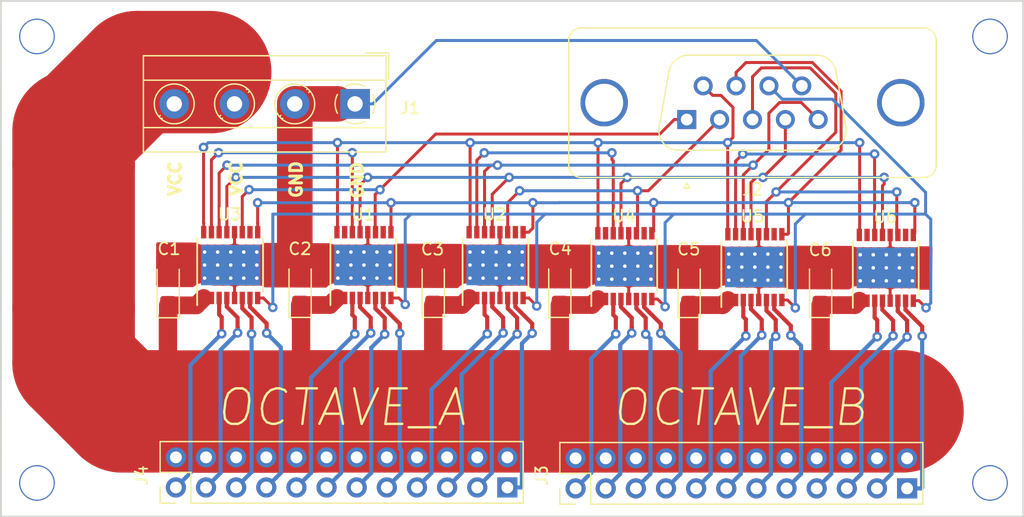
<source format=kicad_pcb>
(kicad_pcb (version 20171130) (host pcbnew "(5.0.0)")

  (general
    (thickness 1.6)
    (drawings 10)
    (tracks 559)
    (zones 0)
    (modules 20)
    (nets 47)
  )

  (page A4)
  (layers
    (0 F.Cu signal)
    (31 B.Cu signal)
    (32 B.Adhes user hide)
    (33 F.Adhes user hide)
    (34 B.Paste user hide)
    (35 F.Paste user hide)
    (36 B.SilkS user hide)
    (37 F.SilkS user)
    (38 B.Mask user hide)
    (39 F.Mask user hide)
    (40 Dwgs.User user)
    (41 Cmts.User user)
    (42 Eco1.User user hide)
    (43 Eco2.User user hide)
    (44 Edge.Cuts user)
    (45 Margin user)
    (46 B.CrtYd user)
    (47 F.CrtYd user)
    (48 B.Fab user)
    (49 F.Fab user)
  )

  (setup
    (last_trace_width 0.25)
    (trace_clearance 0.2)
    (zone_clearance 0.508)
    (zone_45_only no)
    (trace_min 0.2)
    (segment_width 0.2)
    (edge_width 0.15)
    (via_size 0.8)
    (via_drill 0.4)
    (via_min_size 0.4)
    (via_min_drill 0.3)
    (uvia_size 0.3)
    (uvia_drill 0.1)
    (uvias_allowed no)
    (uvia_min_size 0.2)
    (uvia_min_drill 0.1)
    (pcb_text_width 0.3)
    (pcb_text_size 1.5 1.5)
    (mod_edge_width 0.15)
    (mod_text_size 1 1)
    (mod_text_width 0.15)
    (pad_size 1.524 1.524)
    (pad_drill 0.762)
    (pad_to_mask_clearance 0.2)
    (aux_axis_origin 0 0)
    (visible_elements 7FFDFB7F)
    (pcbplotparams
      (layerselection 0x010fc_ffffffff)
      (usegerberextensions false)
      (usegerberattributes false)
      (usegerberadvancedattributes false)
      (creategerberjobfile false)
      (excludeedgelayer true)
      (linewidth 0.100000)
      (plotframeref false)
      (viasonmask false)
      (mode 1)
      (useauxorigin false)
      (hpglpennumber 1)
      (hpglpenspeed 20)
      (hpglpendiameter 15.000000)
      (psnegative false)
      (psa4output false)
      (plotreference true)
      (plotvalue true)
      (plotinvisibletext false)
      (padsonsilk false)
      (subtractmaskfromsilk false)
      (outputformat 1)
      (mirror false)
      (drillshape 0)
      (scaleselection 1)
      (outputdirectory ""))
  )

  (net 0 "")
  (net 1 "Net-(J3-Pad1)")
  (net 2 /GND)
  (net 3 "Net-(J3-Pad3)")
  (net 4 "Net-(J3-Pad5)")
  (net 5 "Net-(J3-Pad7)")
  (net 6 "Net-(J3-Pad9)")
  (net 7 "Net-(J3-Pad11)")
  (net 8 "Net-(J3-Pad13)")
  (net 9 "Net-(J3-Pad15)")
  (net 10 "Net-(J3-Pad17)")
  (net 11 "Net-(J3-Pad19)")
  (net 12 "Net-(J3-Pad21)")
  (net 13 "Net-(J3-Pad23)")
  (net 14 "Net-(J4-Pad23)")
  (net 15 "Net-(J4-Pad21)")
  (net 16 "Net-(J4-Pad19)")
  (net 17 "Net-(J4-Pad17)")
  (net 18 "Net-(J4-Pad15)")
  (net 19 "Net-(J4-Pad13)")
  (net 20 "Net-(J4-Pad11)")
  (net 21 "Net-(J4-Pad9)")
  (net 22 "Net-(J4-Pad7)")
  (net 23 "Net-(J4-Pad5)")
  (net 24 "Net-(J4-Pad3)")
  (net 25 "Net-(J4-Pad1)")
  (net 26 "Net-(U1-Pad10)")
  (net 27 "Net-(U2-Pad10)")
  (net 28 "Net-(U3-Pad10)")
  (net 29 /VCC)
  (net 30 "Net-(U1-Pad14)")
  (net 31 "Net-(U1-Pad15)")
  (net 32 "Net-(U2-Pad15)")
  (net 33 LATCH_A)
  (net 34 LATCH_B)
  (net 35 LATCH_C)
  (net 36 SER_CLK)
  (net 37 SER_DATA)
  (net 38 FAULT)
  (net 39 "Net-(U4-Pad10)")
  (net 40 "Net-(U4-Pad15)")
  (net 41 "Net-(U5-Pad15)")
  (net 42 "Net-(U5-Pad10)")
  (net 43 "Net-(U6-Pad10)")
  (net 44 "Net-(U6-Pad15)")
  (net 45 RESET)
  (net 46 nENBL)

  (net_class Default "This is the default net class."
    (clearance 0.2)
    (trace_width 0.25)
    (via_dia 0.8)
    (via_drill 0.4)
    (uvia_dia 0.3)
    (uvia_drill 0.1)
    (add_net /GND)
    (add_net FAULT)
    (add_net LATCH_A)
    (add_net LATCH_B)
    (add_net LATCH_C)
    (add_net "Net-(U1-Pad10)")
    (add_net "Net-(U1-Pad14)")
    (add_net "Net-(U1-Pad15)")
    (add_net "Net-(U2-Pad10)")
    (add_net "Net-(U2-Pad15)")
    (add_net "Net-(U3-Pad10)")
    (add_net "Net-(U4-Pad10)")
    (add_net "Net-(U4-Pad15)")
    (add_net "Net-(U5-Pad10)")
    (add_net "Net-(U5-Pad15)")
    (add_net "Net-(U6-Pad10)")
    (add_net "Net-(U6-Pad15)")
    (add_net RESET)
    (add_net SER_CLK)
    (add_net SER_DATA)
    (add_net nENBL)
  )

  (net_class HighCurrent ""
    (clearance 0.2)
    (trace_width 1.55)
    (via_dia 0.8)
    (via_drill 0.4)
    (uvia_dia 0.3)
    (uvia_drill 0.1)
    (add_net /VCC)
  )

  (net_class Solenoid ""
    (clearance 0.2)
    (trace_width 0.35)
    (via_dia 0.8)
    (via_drill 0.4)
    (uvia_dia 0.3)
    (uvia_drill 0.1)
    (add_net "Net-(J3-Pad1)")
    (add_net "Net-(J3-Pad11)")
    (add_net "Net-(J3-Pad13)")
    (add_net "Net-(J3-Pad15)")
    (add_net "Net-(J3-Pad17)")
    (add_net "Net-(J3-Pad19)")
    (add_net "Net-(J3-Pad21)")
    (add_net "Net-(J3-Pad23)")
    (add_net "Net-(J3-Pad3)")
    (add_net "Net-(J3-Pad5)")
    (add_net "Net-(J3-Pad7)")
    (add_net "Net-(J3-Pad9)")
    (add_net "Net-(J4-Pad1)")
    (add_net "Net-(J4-Pad11)")
    (add_net "Net-(J4-Pad13)")
    (add_net "Net-(J4-Pad15)")
    (add_net "Net-(J4-Pad17)")
    (add_net "Net-(J4-Pad19)")
    (add_net "Net-(J4-Pad21)")
    (add_net "Net-(J4-Pad23)")
    (add_net "Net-(J4-Pad3)")
    (add_net "Net-(J4-Pad5)")
    (add_net "Net-(J4-Pad7)")
    (add_net "Net-(J4-Pad9)")
  )

  (module teensy:PP_Screw (layer F.Cu) (tedit 5C9551FD) (tstamp 5CACEAE7)
    (at 170.95 112.47)
    (fp_text reference REF** (at 0.21 2.72) (layer Eco1.User)
      (effects (font (size 1 1) (thickness 0.15)))
    )
    (fp_text value PP_Screw (at 0 -2.54) (layer F.Fab)
      (effects (font (size 1 1) (thickness 0.15)))
    )
    (pad 1 thru_hole circle (at 0 0) (size 3 3) (drill 2.8) (layers *.Cu *.Mask))
  )

  (module teensy:PP_Screw (layer F.Cu) (tedit 5C955205) (tstamp 5CACEAE3)
    (at 90.62 112.47)
    (fp_text reference REF** (at 0 2.54) (layer Eco1.User)
      (effects (font (size 1 1) (thickness 0.15)))
    )
    (fp_text value PP_Screw (at 0 -2.54) (layer F.Fab)
      (effects (font (size 1 1) (thickness 0.15)))
    )
    (pad 1 thru_hole circle (at 0 0) (size 3 3) (drill 2.8) (layers *.Cu *.Mask))
  )

  (module teensy:PP_Screw (layer F.Cu) (tedit 5C95520C) (tstamp 5CACEAA9)
    (at 170.95 150.14)
    (fp_text reference REF** (at 0 2.54) (layer Eco1.User)
      (effects (font (size 1 1) (thickness 0.15)))
    )
    (fp_text value PP_Screw (at 0 -2.54) (layer F.Fab)
      (effects (font (size 1 1) (thickness 0.15)))
    )
    (pad 1 thru_hole circle (at 0 0) (size 3 3) (drill 2.8) (layers *.Cu *.Mask))
  )

  (module teensy:PP_Screw (layer F.Cu) (tedit 5C955212) (tstamp 5CACEA8E)
    (at 90.62 150.14)
    (fp_text reference REF** (at 0 2.54) (layer Eco1.User)
      (effects (font (size 1 1) (thickness 0.15)))
    )
    (fp_text value PP_Screw (at 0 -2.54) (layer F.Fab)
      (effects (font (size 1 1) (thickness 0.15)))
    )
    (pad 1 thru_hole circle (at 0 0) (size 3 3) (drill 2.8) (layers *.Cu *.Mask))
  )

  (module teensy:PinSocket_2x12_P2.54mm_Vertical (layer F.Cu) (tedit 5C905EA9) (tstamp 5CA2D68E)
    (at 136.02 150.6 90)
    (descr "Through hole straight socket strip, 2x12, 2.54mm pitch, double cols (from Kicad 4.0.7), script generated")
    (tags "Through hole socket strip THT 2x12 2.54mm double row")
    (path /5C942D4B)
    (fp_text reference J3 (at 1.09 -2.86 90) (layer F.SilkS)
      (effects (font (size 1 1) (thickness 0.15)))
    )
    (fp_text value Conn_02x12_Odd_Even (at -1.27 30.71 90) (layer F.Fab)
      (effects (font (size 1 1) (thickness 0.15)))
    )
    (fp_line (start 3.81 -1.27) (end -0.27 -1.27) (layer F.Fab) (width 0.1))
    (fp_line (start -0.27 -1.27) (end -1.27 -0.27) (layer F.Fab) (width 0.1))
    (fp_line (start -1.27 -0.27) (end -1.27 29.21) (layer F.Fab) (width 0.1))
    (fp_line (start -1.27 29.21) (end 3.81 29.21) (layer F.Fab) (width 0.1))
    (fp_line (start 3.81 29.21) (end 3.81 -1.27) (layer F.Fab) (width 0.1))
    (fp_line (start 3.87 -1.33) (end 1.27 -1.33) (layer F.SilkS) (width 0.12))
    (fp_line (start 3.87 -1.33) (end 3.87 29.27) (layer F.SilkS) (width 0.12))
    (fp_line (start 3.87 29.27) (end -1.33 29.27) (layer F.SilkS) (width 0.12))
    (fp_line (start -1.33 1.27) (end -1.33 29.27) (layer F.SilkS) (width 0.12))
    (fp_line (start 1.27 1.27) (end -1.33 1.27) (layer F.SilkS) (width 0.12))
    (fp_line (start 1.27 -1.33) (end 1.27 1.27) (layer F.SilkS) (width 0.12))
    (fp_line (start -1.33 -1.33) (end -1.33 0) (layer F.SilkS) (width 0.12))
    (fp_line (start 0 -1.33) (end -1.33 -1.33) (layer F.SilkS) (width 0.12))
    (fp_line (start 4.34 -1.8) (end -1.76 -1.8) (layer F.CrtYd) (width 0.05))
    (fp_line (start -1.76 -1.8) (end -1.76 29.7) (layer F.CrtYd) (width 0.05))
    (fp_line (start -1.76 29.7) (end 4.34 29.7) (layer F.CrtYd) (width 0.05))
    (fp_line (start 4.34 29.7) (end 4.34 -1.8) (layer F.CrtYd) (width 0.05))
    (fp_text user %R (at 1.27 13.97 -180) (layer F.Fab)
      (effects (font (size 1 1) (thickness 0.15)))
    )
    (pad 1 thru_hole rect (at 0 27.94 90) (size 1.7 1.7) (drill 1) (layers *.Cu *.Mask)
      (net 1 "Net-(J3-Pad1)"))
    (pad 2 thru_hole oval (at 2.54 0 90) (size 1.7 1.7) (drill 1) (layers *.Cu *.Mask)
      (net 29 /VCC))
    (pad 3 thru_hole oval (at 0 25.4 90) (size 1.7 1.7) (drill 1) (layers *.Cu *.Mask)
      (net 3 "Net-(J3-Pad3)"))
    (pad 4 thru_hole oval (at 2.54 2.54 90) (size 1.7 1.7) (drill 1) (layers *.Cu *.Mask)
      (net 29 /VCC))
    (pad 5 thru_hole oval (at 0 22.86 90) (size 1.7 1.7) (drill 1) (layers *.Cu *.Mask)
      (net 4 "Net-(J3-Pad5)"))
    (pad 6 thru_hole oval (at 2.54 5.08 90) (size 1.7 1.7) (drill 1) (layers *.Cu *.Mask)
      (net 29 /VCC))
    (pad 7 thru_hole oval (at 0 20.32 90) (size 1.7 1.7) (drill 1) (layers *.Cu *.Mask)
      (net 5 "Net-(J3-Pad7)"))
    (pad 8 thru_hole oval (at 2.54 7.62 90) (size 1.7 1.7) (drill 1) (layers *.Cu *.Mask)
      (net 29 /VCC))
    (pad 9 thru_hole oval (at 0 17.78 90) (size 1.7 1.7) (drill 1) (layers *.Cu *.Mask)
      (net 6 "Net-(J3-Pad9)"))
    (pad 10 thru_hole oval (at 2.54 10.16 90) (size 1.7 1.7) (drill 1) (layers *.Cu *.Mask)
      (net 29 /VCC))
    (pad 11 thru_hole oval (at 0 15.24 90) (size 1.7 1.7) (drill 1) (layers *.Cu *.Mask)
      (net 7 "Net-(J3-Pad11)"))
    (pad 12 thru_hole oval (at 2.54 12.7 90) (size 1.7 1.7) (drill 1) (layers *.Cu *.Mask)
      (net 29 /VCC))
    (pad 13 thru_hole oval (at 0 12.7 90) (size 1.7 1.7) (drill 1) (layers *.Cu *.Mask)
      (net 8 "Net-(J3-Pad13)"))
    (pad 14 thru_hole oval (at 2.54 15.24 90) (size 1.7 1.7) (drill 1) (layers *.Cu *.Mask)
      (net 29 /VCC))
    (pad 15 thru_hole oval (at 0 10.16 90) (size 1.7 1.7) (drill 1) (layers *.Cu *.Mask)
      (net 9 "Net-(J3-Pad15)"))
    (pad 16 thru_hole oval (at 2.54 17.78 90) (size 1.7 1.7) (drill 1) (layers *.Cu *.Mask)
      (net 29 /VCC))
    (pad 17 thru_hole oval (at 0 7.62 90) (size 1.7 1.7) (drill 1) (layers *.Cu *.Mask)
      (net 10 "Net-(J3-Pad17)"))
    (pad 18 thru_hole oval (at 2.54 20.32 90) (size 1.7 1.7) (drill 1) (layers *.Cu *.Mask)
      (net 29 /VCC))
    (pad 19 thru_hole oval (at 0 5.08 90) (size 1.7 1.7) (drill 1) (layers *.Cu *.Mask)
      (net 11 "Net-(J3-Pad19)"))
    (pad 20 thru_hole oval (at 2.54 22.86 90) (size 1.7 1.7) (drill 1) (layers *.Cu *.Mask)
      (net 29 /VCC))
    (pad 21 thru_hole oval (at 0 2.54 90) (size 1.7 1.7) (drill 1) (layers *.Cu *.Mask)
      (net 12 "Net-(J3-Pad21)"))
    (pad 22 thru_hole oval (at 2.54 25.4 90) (size 1.7 1.7) (drill 1) (layers *.Cu *.Mask)
      (net 29 /VCC))
    (pad 23 thru_hole oval (at 0 0 90) (size 1.7 1.7) (drill 1) (layers *.Cu *.Mask)
      (net 13 "Net-(J3-Pad23)"))
    (pad 24 thru_hole oval (at 2.54 27.94 90) (size 1.7 1.7) (drill 1) (layers *.Cu *.Mask)
      (net 29 /VCC))
    (model ${KISYS3DMOD}/Connector_PinSocket_2.54mm.3dshapes/PinSocket_2x12_P2.54mm_Vertical.wrl
      (at (xyz 0 0 0))
      (scale (xyz 1 1 1))
      (rotate (xyz 0 0 0))
    )
  )

  (module teensy:PinSocket_2x12_P2.54mm_Vertical (layer F.Cu) (tedit 5C905EA9) (tstamp 5C7DE49C)
    (at 102.33 150.52 90)
    (descr "Through hole straight socket strip, 2x12, 2.54mm pitch, double cols (from Kicad 4.0.7), script generated")
    (tags "Through hole socket strip THT 2x12 2.54mm double row")
    (path /5C95A68F)
    (fp_text reference J4 (at 1.01 -2.88 90) (layer F.SilkS)
      (effects (font (size 1 1) (thickness 0.15)))
    )
    (fp_text value Conn_02x12_Odd_Even (at -1.27 30.71 90) (layer F.Fab)
      (effects (font (size 1 1) (thickness 0.15)))
    )
    (fp_line (start 3.81 -1.27) (end -0.27 -1.27) (layer F.Fab) (width 0.1))
    (fp_line (start -0.27 -1.27) (end -1.27 -0.27) (layer F.Fab) (width 0.1))
    (fp_line (start -1.27 -0.27) (end -1.27 29.21) (layer F.Fab) (width 0.1))
    (fp_line (start -1.27 29.21) (end 3.81 29.21) (layer F.Fab) (width 0.1))
    (fp_line (start 3.81 29.21) (end 3.81 -1.27) (layer F.Fab) (width 0.1))
    (fp_line (start 3.87 -1.33) (end 1.27 -1.33) (layer F.SilkS) (width 0.12))
    (fp_line (start 3.87 -1.33) (end 3.87 29.27) (layer F.SilkS) (width 0.12))
    (fp_line (start 3.87 29.27) (end -1.33 29.27) (layer F.SilkS) (width 0.12))
    (fp_line (start -1.33 1.27) (end -1.33 29.27) (layer F.SilkS) (width 0.12))
    (fp_line (start 1.27 1.27) (end -1.33 1.27) (layer F.SilkS) (width 0.12))
    (fp_line (start 1.27 -1.33) (end 1.27 1.27) (layer F.SilkS) (width 0.12))
    (fp_line (start -1.33 -1.33) (end -1.33 0) (layer F.SilkS) (width 0.12))
    (fp_line (start 0 -1.33) (end -1.33 -1.33) (layer F.SilkS) (width 0.12))
    (fp_line (start 4.34 -1.8) (end -1.76 -1.8) (layer F.CrtYd) (width 0.05))
    (fp_line (start -1.76 -1.8) (end -1.76 29.7) (layer F.CrtYd) (width 0.05))
    (fp_line (start -1.76 29.7) (end 4.34 29.7) (layer F.CrtYd) (width 0.05))
    (fp_line (start 4.34 29.7) (end 4.34 -1.8) (layer F.CrtYd) (width 0.05))
    (fp_text user %R (at 1.27 13.97 -180) (layer F.Fab)
      (effects (font (size 1 1) (thickness 0.15)))
    )
    (pad 1 thru_hole rect (at 0 27.94 90) (size 1.7 1.7) (drill 1) (layers *.Cu *.Mask)
      (net 25 "Net-(J4-Pad1)"))
    (pad 2 thru_hole oval (at 2.54 0 90) (size 1.7 1.7) (drill 1) (layers *.Cu *.Mask)
      (net 29 /VCC))
    (pad 3 thru_hole oval (at 0 25.4 90) (size 1.7 1.7) (drill 1) (layers *.Cu *.Mask)
      (net 24 "Net-(J4-Pad3)"))
    (pad 4 thru_hole oval (at 2.54 2.54 90) (size 1.7 1.7) (drill 1) (layers *.Cu *.Mask)
      (net 29 /VCC))
    (pad 5 thru_hole oval (at 0 22.86 90) (size 1.7 1.7) (drill 1) (layers *.Cu *.Mask)
      (net 23 "Net-(J4-Pad5)"))
    (pad 6 thru_hole oval (at 2.54 5.08 90) (size 1.7 1.7) (drill 1) (layers *.Cu *.Mask)
      (net 29 /VCC))
    (pad 7 thru_hole oval (at 0 20.32 90) (size 1.7 1.7) (drill 1) (layers *.Cu *.Mask)
      (net 22 "Net-(J4-Pad7)"))
    (pad 8 thru_hole oval (at 2.54 7.62 90) (size 1.7 1.7) (drill 1) (layers *.Cu *.Mask)
      (net 29 /VCC))
    (pad 9 thru_hole oval (at 0 17.78 90) (size 1.7 1.7) (drill 1) (layers *.Cu *.Mask)
      (net 21 "Net-(J4-Pad9)"))
    (pad 10 thru_hole oval (at 2.54 10.16 90) (size 1.7 1.7) (drill 1) (layers *.Cu *.Mask)
      (net 29 /VCC))
    (pad 11 thru_hole oval (at 0 15.24 90) (size 1.7 1.7) (drill 1) (layers *.Cu *.Mask)
      (net 20 "Net-(J4-Pad11)"))
    (pad 12 thru_hole oval (at 2.54 12.7 90) (size 1.7 1.7) (drill 1) (layers *.Cu *.Mask)
      (net 29 /VCC))
    (pad 13 thru_hole oval (at 0 12.7 90) (size 1.7 1.7) (drill 1) (layers *.Cu *.Mask)
      (net 19 "Net-(J4-Pad13)"))
    (pad 14 thru_hole oval (at 2.54 15.24 90) (size 1.7 1.7) (drill 1) (layers *.Cu *.Mask)
      (net 29 /VCC))
    (pad 15 thru_hole oval (at 0 10.16 90) (size 1.7 1.7) (drill 1) (layers *.Cu *.Mask)
      (net 18 "Net-(J4-Pad15)"))
    (pad 16 thru_hole oval (at 2.54 17.78 90) (size 1.7 1.7) (drill 1) (layers *.Cu *.Mask)
      (net 29 /VCC))
    (pad 17 thru_hole oval (at 0 7.62 90) (size 1.7 1.7) (drill 1) (layers *.Cu *.Mask)
      (net 17 "Net-(J4-Pad17)"))
    (pad 18 thru_hole oval (at 2.54 20.32 90) (size 1.7 1.7) (drill 1) (layers *.Cu *.Mask)
      (net 29 /VCC))
    (pad 19 thru_hole oval (at 0 5.08 90) (size 1.7 1.7) (drill 1) (layers *.Cu *.Mask)
      (net 16 "Net-(J4-Pad19)"))
    (pad 20 thru_hole oval (at 2.54 22.86 90) (size 1.7 1.7) (drill 1) (layers *.Cu *.Mask)
      (net 29 /VCC))
    (pad 21 thru_hole oval (at 0 2.54 90) (size 1.7 1.7) (drill 1) (layers *.Cu *.Mask)
      (net 15 "Net-(J4-Pad21)"))
    (pad 22 thru_hole oval (at 2.54 25.4 90) (size 1.7 1.7) (drill 1) (layers *.Cu *.Mask)
      (net 29 /VCC))
    (pad 23 thru_hole oval (at 0 0 90) (size 1.7 1.7) (drill 1) (layers *.Cu *.Mask)
      (net 14 "Net-(J4-Pad23)"))
    (pad 24 thru_hole oval (at 2.54 27.94 90) (size 1.7 1.7) (drill 1) (layers *.Cu *.Mask)
      (net 29 /VCC))
    (model ${KISYS3DMOD}/Connector_PinSocket_2.54mm.3dshapes/PinSocket_2x12_P2.54mm_Vertical.wrl
      (at (xyz 0 0 0))
      (scale (xyz 1 1 1))
      (rotate (xyz 0 0 0))
    )
  )

  (module TerminalBlock_MetzConnect:TerminalBlock_MetzConnect_Type101_RT01604HBWC_1x04_P5.08mm_Horizontal (layer F.Cu) (tedit 5B294E9F) (tstamp 5CC24381)
    (at 117.43 118.16 180)
    (descr "terminal block Metz Connect Type101_RT01604HBWC, 4 pins, pitch 5.08mm, size 20.3x8mm^2, drill diamater 1.3mm, pad diameter 2.5mm, see http://www.metz-connect.com/de/system/files/productfiles/Datenblatt_311011_RT016xxHBWC_OFF-022771S.pdf, script-generated using https://github.com/pointhi/kicad-footprint-generator/scripts/TerminalBlock_MetzConnect")
    (tags "THT terminal block Metz Connect Type101_RT01604HBWC pitch 5.08mm size 20.3x8mm^2 drill 1.3mm pad 2.5mm")
    (path /5C63B352)
    (fp_text reference J1 (at -4.6228 -0.3556 180) (layer F.SilkS)
      (effects (font (size 1 1) (thickness 0.15)))
    )
    (fp_text value Screw_Terminal_01x04 (at 7.62 5.06 180) (layer F.Fab)
      (effects (font (size 1 1) (thickness 0.15)))
    )
    (fp_text user %R (at 7.62 3 180) (layer F.Fab)
      (effects (font (size 1 1) (thickness 0.15)))
    )
    (fp_line (start 18.28 -4.5) (end -3.04 -4.5) (layer F.CrtYd) (width 0.05))
    (fp_line (start 18.28 4.5) (end 18.28 -4.5) (layer F.CrtYd) (width 0.05))
    (fp_line (start -3.04 4.5) (end 18.28 4.5) (layer F.CrtYd) (width 0.05))
    (fp_line (start -3.04 -4.5) (end -3.04 4.5) (layer F.CrtYd) (width 0.05))
    (fp_line (start -2.84 4.3) (end -0.84 4.3) (layer F.SilkS) (width 0.12))
    (fp_line (start -2.84 2.06) (end -2.84 4.3) (layer F.SilkS) (width 0.12))
    (fp_line (start 14.06 0.976) (end 13.966 1.069) (layer F.SilkS) (width 0.12))
    (fp_line (start 16.31 -1.275) (end 16.251 -1.216) (layer F.SilkS) (width 0.12))
    (fp_line (start 14.23 1.216) (end 14.171 1.274) (layer F.SilkS) (width 0.12))
    (fp_line (start 16.515 -1.069) (end 16.421 -0.976) (layer F.SilkS) (width 0.12))
    (fp_line (start 16.195 -1.138) (end 14.103 0.955) (layer F.Fab) (width 0.1))
    (fp_line (start 16.378 -0.955) (end 14.286 1.138) (layer F.Fab) (width 0.1))
    (fp_line (start 8.98 0.976) (end 8.886 1.069) (layer F.SilkS) (width 0.12))
    (fp_line (start 11.23 -1.275) (end 11.171 -1.216) (layer F.SilkS) (width 0.12))
    (fp_line (start 9.15 1.216) (end 9.091 1.274) (layer F.SilkS) (width 0.12))
    (fp_line (start 11.435 -1.069) (end 11.341 -0.976) (layer F.SilkS) (width 0.12))
    (fp_line (start 11.115 -1.138) (end 9.023 0.955) (layer F.Fab) (width 0.1))
    (fp_line (start 11.298 -0.955) (end 9.206 1.138) (layer F.Fab) (width 0.1))
    (fp_line (start 3.9 0.976) (end 3.806 1.069) (layer F.SilkS) (width 0.12))
    (fp_line (start 6.15 -1.275) (end 6.091 -1.216) (layer F.SilkS) (width 0.12))
    (fp_line (start 4.07 1.216) (end 4.011 1.274) (layer F.SilkS) (width 0.12))
    (fp_line (start 6.355 -1.069) (end 6.261 -0.976) (layer F.SilkS) (width 0.12))
    (fp_line (start 6.035 -1.138) (end 3.943 0.955) (layer F.Fab) (width 0.1))
    (fp_line (start 6.218 -0.955) (end 4.126 1.138) (layer F.Fab) (width 0.1))
    (fp_line (start 0.955 -1.138) (end -1.138 0.955) (layer F.Fab) (width 0.1))
    (fp_line (start 1.138 -0.955) (end -0.955 1.138) (layer F.Fab) (width 0.1))
    (fp_line (start 17.84 -4.06) (end 17.84 4.06) (layer F.SilkS) (width 0.12))
    (fp_line (start -2.6 -4.06) (end -2.6 4.06) (layer F.SilkS) (width 0.12))
    (fp_line (start -2.6 4.06) (end 17.84 4.06) (layer F.SilkS) (width 0.12))
    (fp_line (start -2.6 -4.06) (end 17.84 -4.06) (layer F.SilkS) (width 0.12))
    (fp_line (start -2.6 -2) (end 17.84 -2) (layer F.SilkS) (width 0.12))
    (fp_line (start -2.54 -2) (end 17.78 -2) (layer F.Fab) (width 0.1))
    (fp_line (start -2.6 2) (end 17.84 2) (layer F.SilkS) (width 0.12))
    (fp_line (start -2.54 2) (end 17.78 2) (layer F.Fab) (width 0.1))
    (fp_line (start -2.54 2) (end -2.54 -4) (layer F.Fab) (width 0.1))
    (fp_line (start -0.54 4) (end -2.54 2) (layer F.Fab) (width 0.1))
    (fp_line (start 17.78 4) (end -0.54 4) (layer F.Fab) (width 0.1))
    (fp_line (start 17.78 -4) (end 17.78 4) (layer F.Fab) (width 0.1))
    (fp_line (start -2.54 -4) (end 17.78 -4) (layer F.Fab) (width 0.1))
    (fp_circle (center 15.24 0) (end 16.92 0) (layer F.SilkS) (width 0.12))
    (fp_circle (center 15.24 0) (end 16.74 0) (layer F.Fab) (width 0.1))
    (fp_circle (center 10.16 0) (end 11.84 0) (layer F.SilkS) (width 0.12))
    (fp_circle (center 10.16 0) (end 11.66 0) (layer F.Fab) (width 0.1))
    (fp_circle (center 5.08 0) (end 6.76 0) (layer F.SilkS) (width 0.12))
    (fp_circle (center 5.08 0) (end 6.58 0) (layer F.Fab) (width 0.1))
    (fp_circle (center 0 0) (end 1.5 0) (layer F.Fab) (width 0.1))
    (fp_arc (start 0 0) (end -0.789 1.484) (angle -29) (layer F.SilkS) (width 0.12))
    (fp_arc (start 0 0) (end -1.484 -0.789) (angle -56) (layer F.SilkS) (width 0.12))
    (fp_arc (start 0 0) (end 0.789 -1.484) (angle -56) (layer F.SilkS) (width 0.12))
    (fp_arc (start 0 0) (end 1.484 0.789) (angle -56) (layer F.SilkS) (width 0.12))
    (fp_arc (start 0 0) (end 0 1.68) (angle -28) (layer F.SilkS) (width 0.12))
    (pad 4 thru_hole circle (at 15.24 0 180) (size 2.5 2.5) (drill 1.3) (layers *.Cu *.Mask)
      (net 29 /VCC))
    (pad 3 thru_hole circle (at 10.16 0 180) (size 2.5 2.5) (drill 1.3) (layers *.Cu *.Mask)
      (net 29 /VCC))
    (pad 2 thru_hole circle (at 5.08 0 180) (size 2.5 2.5) (drill 1.3) (layers *.Cu *.Mask)
      (net 2 /GND))
    (pad 1 thru_hole rect (at 0 0 180) (size 2.5 2.5) (drill 1.3) (layers *.Cu *.Mask)
      (net 2 /GND))
    (model ${KISYS3DMOD}/TerminalBlock_MetzConnect.3dshapes/TerminalBlock_MetzConnect_Type101_RT01604HBWC_1x04_P5.08mm_Horizontal.wrl
      (at (xyz 0 0 0))
      (scale (xyz 1 1 1))
      (rotate (xyz 0 0 0))
    )
  )

  (module Package_SO:HTSSOP-16-1EP_4.4x5mm_P0.65mm_EP3.4x5mm_Mask3x3mm_ThermalVias (layer F.Cu) (tedit 5A6717D7) (tstamp 5C9C2069)
    (at 106.95 131.76 90)
    (descr "16-Lead Plastic HTSSOP (4.4x5x1.2mm); Thermal pad with vias; (http://www.ti.com/lit/ds/symlink/drv8800.pdf)")
    (tags "SSOP 0.65")
    (path /5C92A6FE)
    (attr smd)
    (fp_text reference U3 (at 4.27 -0.08 180) (layer F.SilkS)
      (effects (font (size 1 1) (thickness 0.15)))
    )
    (fp_text value DRV8804 (at 0 3.55 90) (layer F.Fab)
      (effects (font (size 1 1) (thickness 0.15)))
    )
    (fp_line (start -3.375 -2.825) (end 2.25 -2.825) (layer F.SilkS) (width 0.15))
    (fp_line (start -2.25 2.725) (end 2.25 2.725) (layer F.SilkS) (width 0.15))
    (fp_line (start -3.5 2.8) (end 3.5 2.8) (layer F.CrtYd) (width 0.05))
    (fp_line (start -3.5 -2.9) (end 3.5 -2.9) (layer F.CrtYd) (width 0.05))
    (fp_line (start 3.5 -2.9) (end 3.5 2.8) (layer F.CrtYd) (width 0.05))
    (fp_line (start -3.5 -2.9) (end -3.5 2.8) (layer F.CrtYd) (width 0.05))
    (fp_line (start -2.2 -1.5) (end -1.2 -2.5) (layer F.Fab) (width 0.15))
    (fp_line (start -2.2 2.5) (end -2.2 -1.5) (layer F.Fab) (width 0.15))
    (fp_line (start 2.2 2.5) (end -2.2 2.5) (layer F.Fab) (width 0.15))
    (fp_line (start 2.2 -2.5) (end 2.2 2.5) (layer F.Fab) (width 0.15))
    (fp_line (start -1.2 -2.5) (end 2.2 -2.5) (layer F.Fab) (width 0.15))
    (fp_text user %R (at 0 0 90) (layer F.Fab)
      (effects (font (size 1 1) (thickness 0.15)))
    )
    (pad "" smd rect (at -1.325 0.55 180) (size 0.8 0.25) (layers F.Paste))
    (pad "" smd rect (at 1.325 0.55 180) (size 0.8 0.25) (layers F.Paste))
    (pad "" smd rect (at 1.325 -0.55 180) (size 0.8 0.25) (layers F.Paste))
    (pad "" smd rect (at -1.325 -0.55 180) (size 0.8 0.25) (layers F.Paste))
    (pad "" smd rect (at -0.55 1.325 90) (size 0.8 0.25) (layers F.Paste))
    (pad "" smd rect (at 0.55 1.325 90) (size 0.8 0.25) (layers F.Paste))
    (pad "" smd rect (at 0.55 -1.325 90) (size 0.8 0.25) (layers F.Paste))
    (pad "" smd rect (at -0.55 -1.325 90) (size 0.8 0.25) (layers F.Paste))
    (pad "" smd rect (at -0.55 -0.55 90) (size 0.85 0.8) (layers F.Paste))
    (pad "" smd rect (at 0.55 -0.55 90) (size 0.85 0.85) (layers F.Paste))
    (pad "" smd rect (at 0.55 0.55 90) (size 0.85 0.85) (layers F.Paste))
    (pad 17 thru_hole circle (at -1.1 -2.2 90) (size 0.6 0.6) (drill 0.3) (layers *.Cu)
      (net 2 /GND))
    (pad 17 thru_hole circle (at 0 -2.2 90) (size 0.6 0.6) (drill 0.3) (layers *.Cu)
      (net 2 /GND))
    (pad 17 thru_hole circle (at 1.1 -2.2 90) (size 0.6 0.6) (drill 0.3) (layers *.Cu)
      (net 2 /GND))
    (pad 17 thru_hole circle (at -1.1 -1.1 90) (size 0.6 0.6) (drill 0.3) (layers *.Cu)
      (net 2 /GND))
    (pad 17 thru_hole circle (at 0 -1.1 90) (size 0.6 0.6) (drill 0.3) (layers *.Cu)
      (net 2 /GND))
    (pad 17 thru_hole circle (at 1.1 -1.1 90) (size 0.6 0.6) (drill 0.3) (layers *.Cu)
      (net 2 /GND))
    (pad 17 thru_hole circle (at -1.1 0 90) (size 0.6 0.6) (drill 0.3) (layers *.Cu)
      (net 2 /GND))
    (pad 17 thru_hole circle (at 0 0 90) (size 0.6 0.6) (drill 0.3) (layers *.Cu)
      (net 2 /GND))
    (pad 17 thru_hole circle (at 1.1 0 90) (size 0.6 0.6) (drill 0.3) (layers *.Cu)
      (net 2 /GND))
    (pad 17 thru_hole circle (at -1.1 1.1 90) (size 0.6 0.6) (drill 0.3) (layers *.Cu)
      (net 2 /GND))
    (pad 17 thru_hole circle (at 0 1.1 90) (size 0.6 0.6) (drill 0.3) (layers *.Cu)
      (net 2 /GND))
    (pad 17 thru_hole circle (at 1.1 1.1 90) (size 0.6 0.6) (drill 0.3) (layers *.Cu)
      (net 2 /GND))
    (pad 17 thru_hole circle (at 1.1 2.2 90) (size 0.6 0.6) (drill 0.3) (layers *.Cu)
      (net 2 /GND))
    (pad 17 thru_hole circle (at 0 2.2 90) (size 0.6 0.6) (drill 0.3) (layers *.Cu)
      (net 2 /GND))
    (pad "" smd rect (at -0.55 0.55 90) (size 0.85 0.85) (layers F.Paste))
    (pad "" smd rect (at 0 0 90) (size 3 3) (layers F.Mask))
    (pad 17 thru_hole circle (at -1.1 2.2 90) (size 0.6 0.6) (drill 0.3) (layers *.Cu)
      (net 2 /GND))
    (pad 17 smd rect (at 0 0 90) (size 3.4 5) (layers F.Cu)
      (net 2 /GND))
    (pad 16 smd rect (at 2.775 -2.275 90) (size 1.05 0.45) (layers F.Cu F.Paste F.Mask)
      (net 38 FAULT))
    (pad 15 smd rect (at 2.775 -1.625 90) (size 1.05 0.45) (layers F.Cu F.Paste F.Mask)
      (net 30 "Net-(U1-Pad14)"))
    (pad 14 smd rect (at 2.775 -0.975 90) (size 1.05 0.45) (layers F.Cu F.Paste F.Mask)
      (net 37 SER_DATA))
    (pad 13 smd rect (at 2.775 -0.325 90) (size 1.05 0.45) (layers F.Cu F.Paste F.Mask)
      (net 36 SER_CLK))
    (pad 12 smd rect (at 2.775 0.325 90) (size 1.05 0.45) (layers F.Cu F.Paste F.Mask)
      (net 2 /GND))
    (pad 11 smd rect (at 2.775 0.975 90) (size 1.05 0.45) (layers F.Cu F.Paste F.Mask)
      (net 33 LATCH_A))
    (pad 10 smd rect (at 2.775 1.625 90) (size 1.05 0.45) (layers F.Cu F.Paste F.Mask)
      (net 28 "Net-(U3-Pad10)"))
    (pad 9 smd rect (at 2.775 2.275 90) (size 1.05 0.45) (layers F.Cu F.Paste F.Mask)
      (net 45 RESET))
    (pad 8 smd rect (at -2.775 2.275 90) (size 1.05 0.45) (layers F.Cu F.Paste F.Mask)
      (net 46 nENBL))
    (pad 7 smd rect (at -2.775 1.625 90) (size 1.05 0.45) (layers F.Cu F.Paste F.Mask)
      (net 17 "Net-(J4-Pad17)"))
    (pad 6 smd rect (at -2.775 0.975 90) (size 1.05 0.45) (layers F.Cu F.Paste F.Mask)
      (net 16 "Net-(J4-Pad19)"))
    (pad 5 smd rect (at -2.775 0.325 90) (size 1.05 0.45) (layers F.Cu F.Paste F.Mask)
      (net 2 /GND))
    (pad 4 smd rect (at -2.775 -0.325 90) (size 1.05 0.45) (layers F.Cu F.Paste F.Mask)
      (net 15 "Net-(J4-Pad21)"))
    (pad 3 smd rect (at -2.775 -0.975 90) (size 1.05 0.45) (layers F.Cu F.Paste F.Mask)
      (net 14 "Net-(J4-Pad23)"))
    (pad 2 smd rect (at -2.775 -1.625 90) (size 1.05 0.45) (layers F.Cu F.Paste F.Mask)
      (net 29 /VCC))
    (pad 1 smd rect (at -2.775 -2.275 90) (size 1.05 0.45) (layers F.Cu F.Paste F.Mask)
      (net 29 /VCC))
    (pad 17 smd rect (at 0 0 90) (size 3.4 5) (layers B.Cu)
      (net 2 /GND) (solder_paste_margin_ratio -0.2))
    (model ${KISYS3DMOD}/Package_SO.3dshapes/TSSOP-16-1EP_4.4x5mm_Pitch0.65mm_EP3.4x5mm.wrl
      (at (xyz 0 0 0))
      (scale (xyz 1 1 1))
      (rotate (xyz 0 0 0))
    )
  )

  (module Connector_Dsub:DSUB-9_Female_Vertical_P2.77x2.84mm_MountingHoles (layer F.Cu) (tedit 59FEDEE2) (tstamp 5CA8A5A8)
    (at 145.39 119.48 180)
    (descr "9-pin D-Sub connector, straight/vertical, THT-mount, female, pitch 2.77x2.84mm, distance of mounting holes 25mm, see https://disti-assets.s3.amazonaws.com/tonar/files/datasheets/16730.pdf")
    (tags "9-pin D-Sub connector straight vertical THT female pitch 2.77x2.84mm mounting holes distance 25mm")
    (path /5CF3A9AE)
    (fp_text reference J2 (at -5.54 -5.89 180) (layer F.SilkS)
      (effects (font (size 1 1) (thickness 0.15)))
    )
    (fp_text value Conn_01x09 (at -5.54 8.73 180) (layer F.Fab)
      (effects (font (size 1 1) (thickness 0.15)))
    )
    (fp_text user %R (at -5.54 1.42 180) (layer F.Fab)
      (effects (font (size 1 1) (thickness 0.15)))
    )
    (fp_line (start 10.4 -5.35) (end -21.5 -5.35) (layer F.CrtYd) (width 0.05))
    (fp_line (start 10.4 8.2) (end 10.4 -5.35) (layer F.CrtYd) (width 0.05))
    (fp_line (start -21.5 8.2) (end 10.4 8.2) (layer F.CrtYd) (width 0.05))
    (fp_line (start -21.5 -5.35) (end -21.5 8.2) (layer F.CrtYd) (width 0.05))
    (fp_line (start -13.40647 -0.641744) (end -12.577733 4.058256) (layer F.SilkS) (width 0.12))
    (fp_line (start 2.32647 -0.641744) (end 1.497733 4.058256) (layer F.SilkS) (width 0.12))
    (fp_line (start -10.942952 5.43) (end -0.137048 5.43) (layer F.SilkS) (width 0.12))
    (fp_line (start -11.771689 -2.59) (end 0.691689 -2.59) (layer F.SilkS) (width 0.12))
    (fp_line (start -13.358887 -0.652163) (end -12.53015 4.047837) (layer F.Fab) (width 0.1))
    (fp_line (start 2.278887 -0.652163) (end 1.45015 4.047837) (layer F.Fab) (width 0.1))
    (fp_line (start -10.954457 5.37) (end -0.125543 5.37) (layer F.Fab) (width 0.1))
    (fp_line (start -11.783194 -2.53) (end 0.703194 -2.53) (layer F.Fab) (width 0.1))
    (fp_line (start 0 -5.351325) (end -0.25 -5.784338) (layer F.SilkS) (width 0.12))
    (fp_line (start 0.25 -5.784338) (end 0 -5.351325) (layer F.SilkS) (width 0.12))
    (fp_line (start -0.25 -5.784338) (end 0.25 -5.784338) (layer F.SilkS) (width 0.12))
    (fp_line (start -21.025 6.67) (end -21.025 -3.83) (layer F.SilkS) (width 0.12))
    (fp_line (start 8.885 7.73) (end -19.965 7.73) (layer F.SilkS) (width 0.12))
    (fp_line (start 9.945 -3.83) (end 9.945 6.67) (layer F.SilkS) (width 0.12))
    (fp_line (start -19.965 -4.89) (end 8.885 -4.89) (layer F.SilkS) (width 0.12))
    (fp_line (start -20.965 6.67) (end -20.965 -3.83) (layer F.Fab) (width 0.1))
    (fp_line (start 8.885 7.67) (end -19.965 7.67) (layer F.Fab) (width 0.1))
    (fp_line (start 9.885 -3.83) (end 9.885 6.67) (layer F.Fab) (width 0.1))
    (fp_line (start -19.965 -4.83) (end 8.885 -4.83) (layer F.Fab) (width 0.1))
    (fp_arc (start -0.137048 3.77) (end -0.137048 5.43) (angle -80) (layer F.SilkS) (width 0.12))
    (fp_arc (start -10.942952 3.77) (end -10.942952 5.43) (angle 80) (layer F.SilkS) (width 0.12))
    (fp_arc (start 0.691689 -0.93) (end 0.691689 -2.59) (angle 100) (layer F.SilkS) (width 0.12))
    (fp_arc (start -11.771689 -0.93) (end -11.771689 -2.59) (angle -100) (layer F.SilkS) (width 0.12))
    (fp_arc (start -0.125543 3.77) (end -0.125543 5.37) (angle -80) (layer F.Fab) (width 0.1))
    (fp_arc (start -10.954457 3.77) (end -10.954457 5.37) (angle 80) (layer F.Fab) (width 0.1))
    (fp_arc (start 0.703194 -0.93) (end 0.703194 -2.53) (angle 100) (layer F.Fab) (width 0.1))
    (fp_arc (start -11.783194 -0.93) (end -11.783194 -2.53) (angle -100) (layer F.Fab) (width 0.1))
    (fp_arc (start 8.885 6.67) (end 9.945 6.67) (angle 90) (layer F.SilkS) (width 0.12))
    (fp_arc (start -19.965 6.67) (end -21.025 6.67) (angle -90) (layer F.SilkS) (width 0.12))
    (fp_arc (start 8.885 -3.83) (end 8.885 -4.89) (angle 90) (layer F.SilkS) (width 0.12))
    (fp_arc (start -19.965 -3.83) (end -21.025 -3.83) (angle 90) (layer F.SilkS) (width 0.12))
    (fp_arc (start 8.885 6.67) (end 9.885 6.67) (angle 90) (layer F.Fab) (width 0.1))
    (fp_arc (start -19.965 6.67) (end -20.965 6.67) (angle -90) (layer F.Fab) (width 0.1))
    (fp_arc (start 8.885 -3.83) (end 8.885 -4.83) (angle 90) (layer F.Fab) (width 0.1))
    (fp_arc (start -19.965 -3.83) (end -20.965 -3.83) (angle 90) (layer F.Fab) (width 0.1))
    (pad 0 thru_hole circle (at 6.96 1.42 180) (size 4 4) (drill 3.2) (layers *.Cu *.Mask))
    (pad 0 thru_hole circle (at -18.04 1.42 180) (size 4 4) (drill 3.2) (layers *.Cu *.Mask))
    (pad 9 thru_hole circle (at -9.695 2.84 180) (size 1.6 1.6) (drill 1) (layers *.Cu *.Mask)
      (net 2 /GND))
    (pad 8 thru_hole circle (at -6.925 2.84 180) (size 1.6 1.6) (drill 1) (layers *.Cu *.Mask)
      (net 46 nENBL))
    (pad 7 thru_hole circle (at -4.155 2.84 180) (size 1.6 1.6) (drill 1) (layers *.Cu *.Mask)
      (net 45 RESET))
    (pad 6 thru_hole circle (at -1.385 2.84 180) (size 1.6 1.6) (drill 1) (layers *.Cu *.Mask)
      (net 38 FAULT))
    (pad 5 thru_hole circle (at -11.08 0 180) (size 1.6 1.6) (drill 1) (layers *.Cu *.Mask)
      (net 37 SER_DATA))
    (pad 4 thru_hole circle (at -8.31 0 180) (size 1.6 1.6) (drill 1) (layers *.Cu *.Mask)
      (net 36 SER_CLK))
    (pad 3 thru_hole circle (at -5.54 0 180) (size 1.6 1.6) (drill 1) (layers *.Cu *.Mask)
      (net 35 LATCH_C))
    (pad 2 thru_hole circle (at -2.77 0 180) (size 1.6 1.6) (drill 1) (layers *.Cu *.Mask)
      (net 34 LATCH_B))
    (pad 1 thru_hole rect (at 0 0 180) (size 1.6 1.6) (drill 1) (layers *.Cu *.Mask)
      (net 33 LATCH_A))
    (model ${KISYS3DMOD}/Connector_Dsub.3dshapes/DSUB-9_Female_Vertical_P2.77x2.84mm_MountingHoles.wrl
      (at (xyz 0 0 0))
      (scale (xyz 1 1 1))
      (rotate (xyz 0 0 0))
    )
  )

  (module Package_SO:HTSSOP-16-1EP_4.4x5mm_P0.65mm_EP3.4x5mm_Mask3x3mm_ThermalVias (layer F.Cu) (tedit 5A6717D7) (tstamp 5CA8A5DE)
    (at 118.18 131.76 90)
    (descr "16-Lead Plastic HTSSOP (4.4x5x1.2mm); Thermal pad with vias; (http://www.ti.com/lit/ds/symlink/drv8800.pdf)")
    (tags "SSOP 0.65")
    (path /5C91F3F3)
    (attr smd)
    (fp_text reference U1 (at 4.27 -0.06 180) (layer F.SilkS)
      (effects (font (size 1 1) (thickness 0.15)))
    )
    (fp_text value DRV8804 (at 0 3.55 90) (layer F.Fab)
      (effects (font (size 1 1) (thickness 0.15)))
    )
    (fp_line (start -3.375 -2.825) (end 2.25 -2.825) (layer F.SilkS) (width 0.15))
    (fp_line (start -2.25 2.725) (end 2.25 2.725) (layer F.SilkS) (width 0.15))
    (fp_line (start -3.5 2.8) (end 3.5 2.8) (layer F.CrtYd) (width 0.05))
    (fp_line (start -3.5 -2.9) (end 3.5 -2.9) (layer F.CrtYd) (width 0.05))
    (fp_line (start 3.5 -2.9) (end 3.5 2.8) (layer F.CrtYd) (width 0.05))
    (fp_line (start -3.5 -2.9) (end -3.5 2.8) (layer F.CrtYd) (width 0.05))
    (fp_line (start -2.2 -1.5) (end -1.2 -2.5) (layer F.Fab) (width 0.15))
    (fp_line (start -2.2 2.5) (end -2.2 -1.5) (layer F.Fab) (width 0.15))
    (fp_line (start 2.2 2.5) (end -2.2 2.5) (layer F.Fab) (width 0.15))
    (fp_line (start 2.2 -2.5) (end 2.2 2.5) (layer F.Fab) (width 0.15))
    (fp_line (start -1.2 -2.5) (end 2.2 -2.5) (layer F.Fab) (width 0.15))
    (fp_text user %R (at 0 0 90) (layer F.Fab)
      (effects (font (size 1 1) (thickness 0.15)))
    )
    (pad "" smd rect (at -1.325 0.55 180) (size 0.8 0.25) (layers F.Paste))
    (pad "" smd rect (at 1.325 0.55 180) (size 0.8 0.25) (layers F.Paste))
    (pad "" smd rect (at 1.325 -0.55 180) (size 0.8 0.25) (layers F.Paste))
    (pad "" smd rect (at -1.325 -0.55 180) (size 0.8 0.25) (layers F.Paste))
    (pad "" smd rect (at -0.55 1.325 90) (size 0.8 0.25) (layers F.Paste))
    (pad "" smd rect (at 0.55 1.325 90) (size 0.8 0.25) (layers F.Paste))
    (pad "" smd rect (at 0.55 -1.325 90) (size 0.8 0.25) (layers F.Paste))
    (pad "" smd rect (at -0.55 -1.325 90) (size 0.8 0.25) (layers F.Paste))
    (pad "" smd rect (at -0.55 -0.55 90) (size 0.85 0.8) (layers F.Paste))
    (pad "" smd rect (at 0.55 -0.55 90) (size 0.85 0.85) (layers F.Paste))
    (pad "" smd rect (at 0.55 0.55 90) (size 0.85 0.85) (layers F.Paste))
    (pad 17 thru_hole circle (at -1.1 -2.2 90) (size 0.6 0.6) (drill 0.3) (layers *.Cu)
      (net 2 /GND))
    (pad 17 thru_hole circle (at 0 -2.2 90) (size 0.6 0.6) (drill 0.3) (layers *.Cu)
      (net 2 /GND))
    (pad 17 thru_hole circle (at 1.1 -2.2 90) (size 0.6 0.6) (drill 0.3) (layers *.Cu)
      (net 2 /GND))
    (pad 17 thru_hole circle (at -1.1 -1.1 90) (size 0.6 0.6) (drill 0.3) (layers *.Cu)
      (net 2 /GND))
    (pad 17 thru_hole circle (at 0 -1.1 90) (size 0.6 0.6) (drill 0.3) (layers *.Cu)
      (net 2 /GND))
    (pad 17 thru_hole circle (at 1.1 -1.1 90) (size 0.6 0.6) (drill 0.3) (layers *.Cu)
      (net 2 /GND))
    (pad 17 thru_hole circle (at -1.1 0 90) (size 0.6 0.6) (drill 0.3) (layers *.Cu)
      (net 2 /GND))
    (pad 17 thru_hole circle (at 0 0 90) (size 0.6 0.6) (drill 0.3) (layers *.Cu)
      (net 2 /GND))
    (pad 17 thru_hole circle (at 1.1 0 90) (size 0.6 0.6) (drill 0.3) (layers *.Cu)
      (net 2 /GND))
    (pad 17 thru_hole circle (at -1.1 1.1 90) (size 0.6 0.6) (drill 0.3) (layers *.Cu)
      (net 2 /GND))
    (pad 17 thru_hole circle (at 0 1.1 90) (size 0.6 0.6) (drill 0.3) (layers *.Cu)
      (net 2 /GND))
    (pad 17 thru_hole circle (at 1.1 1.1 90) (size 0.6 0.6) (drill 0.3) (layers *.Cu)
      (net 2 /GND))
    (pad 17 thru_hole circle (at 1.1 2.2 90) (size 0.6 0.6) (drill 0.3) (layers *.Cu)
      (net 2 /GND))
    (pad 17 thru_hole circle (at 0 2.2 90) (size 0.6 0.6) (drill 0.3) (layers *.Cu)
      (net 2 /GND))
    (pad "" smd rect (at -0.55 0.55 90) (size 0.85 0.85) (layers F.Paste))
    (pad "" smd rect (at 0 0 90) (size 3 3) (layers F.Mask))
    (pad 17 thru_hole circle (at -1.1 2.2 90) (size 0.6 0.6) (drill 0.3) (layers *.Cu)
      (net 2 /GND))
    (pad 17 smd rect (at 0 0 90) (size 3.4 5) (layers F.Cu)
      (net 2 /GND))
    (pad 16 smd rect (at 2.775 -2.275 90) (size 1.05 0.45) (layers F.Cu F.Paste F.Mask)
      (net 38 FAULT))
    (pad 15 smd rect (at 2.775 -1.625 90) (size 1.05 0.45) (layers F.Cu F.Paste F.Mask)
      (net 31 "Net-(U1-Pad15)"))
    (pad 14 smd rect (at 2.775 -0.975 90) (size 1.05 0.45) (layers F.Cu F.Paste F.Mask)
      (net 30 "Net-(U1-Pad14)"))
    (pad 13 smd rect (at 2.775 -0.325 90) (size 1.05 0.45) (layers F.Cu F.Paste F.Mask)
      (net 36 SER_CLK))
    (pad 12 smd rect (at 2.775 0.325 90) (size 1.05 0.45) (layers F.Cu F.Paste F.Mask)
      (net 2 /GND))
    (pad 11 smd rect (at 2.775 0.975 90) (size 1.05 0.45) (layers F.Cu F.Paste F.Mask)
      (net 33 LATCH_A))
    (pad 10 smd rect (at 2.775 1.625 90) (size 1.05 0.45) (layers F.Cu F.Paste F.Mask)
      (net 26 "Net-(U1-Pad10)"))
    (pad 9 smd rect (at 2.775 2.275 90) (size 1.05 0.45) (layers F.Cu F.Paste F.Mask)
      (net 45 RESET))
    (pad 8 smd rect (at -2.775 2.275 90) (size 1.05 0.45) (layers F.Cu F.Paste F.Mask)
      (net 46 nENBL))
    (pad 7 smd rect (at -2.775 1.625 90) (size 1.05 0.45) (layers F.Cu F.Paste F.Mask)
      (net 21 "Net-(J4-Pad9)"))
    (pad 6 smd rect (at -2.775 0.975 90) (size 1.05 0.45) (layers F.Cu F.Paste F.Mask)
      (net 20 "Net-(J4-Pad11)"))
    (pad 5 smd rect (at -2.775 0.325 90) (size 1.05 0.45) (layers F.Cu F.Paste F.Mask)
      (net 2 /GND))
    (pad 4 smd rect (at -2.775 -0.325 90) (size 1.05 0.45) (layers F.Cu F.Paste F.Mask)
      (net 19 "Net-(J4-Pad13)"))
    (pad 3 smd rect (at -2.775 -0.975 90) (size 1.05 0.45) (layers F.Cu F.Paste F.Mask)
      (net 18 "Net-(J4-Pad15)"))
    (pad 2 smd rect (at -2.775 -1.625 90) (size 1.05 0.45) (layers F.Cu F.Paste F.Mask)
      (net 29 /VCC))
    (pad 1 smd rect (at -2.775 -2.275 90) (size 1.05 0.45) (layers F.Cu F.Paste F.Mask)
      (net 29 /VCC))
    (pad 17 smd rect (at 0 0 90) (size 3.4 5) (layers B.Cu)
      (net 2 /GND) (solder_paste_margin_ratio -0.2))
    (model ${KISYS3DMOD}/Package_SO.3dshapes/TSSOP-16-1EP_4.4x5mm_Pitch0.65mm_EP3.4x5mm.wrl
      (at (xyz 0 0 0))
      (scale (xyz 1 1 1))
      (rotate (xyz 0 0 0))
    )
  )

  (module Package_SO:HTSSOP-16-1EP_4.4x5mm_P0.65mm_EP3.4x5mm_Mask3x3mm_ThermalVias (layer F.Cu) (tedit 5A6717D7) (tstamp 5CA8A61B)
    (at 129.32 131.76 90)
    (descr "16-Lead Plastic HTSSOP (4.4x5x1.2mm); Thermal pad with vias; (http://www.ti.com/lit/ds/symlink/drv8800.pdf)")
    (tags "SSOP 0.65")
    (path /5C91F508)
    (attr smd)
    (fp_text reference U2 (at 4.27 -0.13 180) (layer F.SilkS)
      (effects (font (size 1 1) (thickness 0.15)))
    )
    (fp_text value DRV8804 (at 0 3.55 90) (layer F.Fab)
      (effects (font (size 1 1) (thickness 0.15)))
    )
    (fp_line (start -3.375 -2.825) (end 2.25 -2.825) (layer F.SilkS) (width 0.15))
    (fp_line (start -2.25 2.725) (end 2.25 2.725) (layer F.SilkS) (width 0.15))
    (fp_line (start -3.5 2.8) (end 3.5 2.8) (layer F.CrtYd) (width 0.05))
    (fp_line (start -3.5 -2.9) (end 3.5 -2.9) (layer F.CrtYd) (width 0.05))
    (fp_line (start 3.5 -2.9) (end 3.5 2.8) (layer F.CrtYd) (width 0.05))
    (fp_line (start -3.5 -2.9) (end -3.5 2.8) (layer F.CrtYd) (width 0.05))
    (fp_line (start -2.2 -1.5) (end -1.2 -2.5) (layer F.Fab) (width 0.15))
    (fp_line (start -2.2 2.5) (end -2.2 -1.5) (layer F.Fab) (width 0.15))
    (fp_line (start 2.2 2.5) (end -2.2 2.5) (layer F.Fab) (width 0.15))
    (fp_line (start 2.2 -2.5) (end 2.2 2.5) (layer F.Fab) (width 0.15))
    (fp_line (start -1.2 -2.5) (end 2.2 -2.5) (layer F.Fab) (width 0.15))
    (fp_text user %R (at 0 0 90) (layer F.Fab)
      (effects (font (size 1 1) (thickness 0.15)))
    )
    (pad "" smd rect (at -1.325 0.55 180) (size 0.8 0.25) (layers F.Paste))
    (pad "" smd rect (at 1.325 0.55 180) (size 0.8 0.25) (layers F.Paste))
    (pad "" smd rect (at 1.325 -0.55 180) (size 0.8 0.25) (layers F.Paste))
    (pad "" smd rect (at -1.325 -0.55 180) (size 0.8 0.25) (layers F.Paste))
    (pad "" smd rect (at -0.55 1.325 90) (size 0.8 0.25) (layers F.Paste))
    (pad "" smd rect (at 0.55 1.325 90) (size 0.8 0.25) (layers F.Paste))
    (pad "" smd rect (at 0.55 -1.325 90) (size 0.8 0.25) (layers F.Paste))
    (pad "" smd rect (at -0.55 -1.325 90) (size 0.8 0.25) (layers F.Paste))
    (pad "" smd rect (at -0.55 -0.55 90) (size 0.85 0.8) (layers F.Paste))
    (pad "" smd rect (at 0.55 -0.55 90) (size 0.85 0.85) (layers F.Paste))
    (pad "" smd rect (at 0.55 0.55 90) (size 0.85 0.85) (layers F.Paste))
    (pad 17 thru_hole circle (at -1.1 -2.2 90) (size 0.6 0.6) (drill 0.3) (layers *.Cu)
      (net 2 /GND))
    (pad 17 thru_hole circle (at 0 -2.2 90) (size 0.6 0.6) (drill 0.3) (layers *.Cu)
      (net 2 /GND))
    (pad 17 thru_hole circle (at 1.1 -2.2 90) (size 0.6 0.6) (drill 0.3) (layers *.Cu)
      (net 2 /GND))
    (pad 17 thru_hole circle (at -1.1 -1.1 90) (size 0.6 0.6) (drill 0.3) (layers *.Cu)
      (net 2 /GND))
    (pad 17 thru_hole circle (at 0 -1.1 90) (size 0.6 0.6) (drill 0.3) (layers *.Cu)
      (net 2 /GND))
    (pad 17 thru_hole circle (at 1.1 -1.1 90) (size 0.6 0.6) (drill 0.3) (layers *.Cu)
      (net 2 /GND))
    (pad 17 thru_hole circle (at -1.1 0 90) (size 0.6 0.6) (drill 0.3) (layers *.Cu)
      (net 2 /GND))
    (pad 17 thru_hole circle (at 0 0 90) (size 0.6 0.6) (drill 0.3) (layers *.Cu)
      (net 2 /GND))
    (pad 17 thru_hole circle (at 1.1 0 90) (size 0.6 0.6) (drill 0.3) (layers *.Cu)
      (net 2 /GND))
    (pad 17 thru_hole circle (at -1.1 1.1 90) (size 0.6 0.6) (drill 0.3) (layers *.Cu)
      (net 2 /GND))
    (pad 17 thru_hole circle (at 0 1.1 90) (size 0.6 0.6) (drill 0.3) (layers *.Cu)
      (net 2 /GND))
    (pad 17 thru_hole circle (at 1.1 1.1 90) (size 0.6 0.6) (drill 0.3) (layers *.Cu)
      (net 2 /GND))
    (pad 17 thru_hole circle (at 1.1 2.2 90) (size 0.6 0.6) (drill 0.3) (layers *.Cu)
      (net 2 /GND))
    (pad 17 thru_hole circle (at 0 2.2 90) (size 0.6 0.6) (drill 0.3) (layers *.Cu)
      (net 2 /GND))
    (pad "" smd rect (at -0.55 0.55 90) (size 0.85 0.85) (layers F.Paste))
    (pad "" smd rect (at 0 0 90) (size 3 3) (layers F.Mask))
    (pad 17 thru_hole circle (at -1.1 2.2 90) (size 0.6 0.6) (drill 0.3) (layers *.Cu)
      (net 2 /GND))
    (pad 17 smd rect (at 0 0 90) (size 3.4 5) (layers F.Cu)
      (net 2 /GND))
    (pad 16 smd rect (at 2.775 -2.275 90) (size 1.05 0.45) (layers F.Cu F.Paste F.Mask)
      (net 38 FAULT))
    (pad 15 smd rect (at 2.775 -1.625 90) (size 1.05 0.45) (layers F.Cu F.Paste F.Mask)
      (net 32 "Net-(U2-Pad15)"))
    (pad 14 smd rect (at 2.775 -0.975 90) (size 1.05 0.45) (layers F.Cu F.Paste F.Mask)
      (net 37 SER_DATA))
    (pad 13 smd rect (at 2.775 -0.325 90) (size 1.05 0.45) (layers F.Cu F.Paste F.Mask)
      (net 36 SER_CLK))
    (pad 12 smd rect (at 2.775 0.325 90) (size 1.05 0.45) (layers F.Cu F.Paste F.Mask)
      (net 2 /GND))
    (pad 11 smd rect (at 2.775 0.975 90) (size 1.05 0.45) (layers F.Cu F.Paste F.Mask)
      (net 34 LATCH_B))
    (pad 10 smd rect (at 2.775 1.625 90) (size 1.05 0.45) (layers F.Cu F.Paste F.Mask)
      (net 27 "Net-(U2-Pad10)"))
    (pad 9 smd rect (at 2.775 2.275 90) (size 1.05 0.45) (layers F.Cu F.Paste F.Mask)
      (net 45 RESET))
    (pad 8 smd rect (at -2.775 2.275 90) (size 1.05 0.45) (layers F.Cu F.Paste F.Mask)
      (net 46 nENBL))
    (pad 7 smd rect (at -2.775 1.625 90) (size 1.05 0.45) (layers F.Cu F.Paste F.Mask)
      (net 25 "Net-(J4-Pad1)"))
    (pad 6 smd rect (at -2.775 0.975 90) (size 1.05 0.45) (layers F.Cu F.Paste F.Mask)
      (net 24 "Net-(J4-Pad3)"))
    (pad 5 smd rect (at -2.775 0.325 90) (size 1.05 0.45) (layers F.Cu F.Paste F.Mask)
      (net 2 /GND))
    (pad 4 smd rect (at -2.775 -0.325 90) (size 1.05 0.45) (layers F.Cu F.Paste F.Mask)
      (net 23 "Net-(J4-Pad5)"))
    (pad 3 smd rect (at -2.775 -0.975 90) (size 1.05 0.45) (layers F.Cu F.Paste F.Mask)
      (net 22 "Net-(J4-Pad7)"))
    (pad 2 smd rect (at -2.775 -1.625 90) (size 1.05 0.45) (layers F.Cu F.Paste F.Mask)
      (net 29 /VCC))
    (pad 1 smd rect (at -2.775 -2.275 90) (size 1.05 0.45) (layers F.Cu F.Paste F.Mask)
      (net 29 /VCC))
    (pad 17 smd rect (at 0 0 90) (size 3.4 5) (layers B.Cu)
      (net 2 /GND) (solder_paste_margin_ratio -0.2))
    (model ${KISYS3DMOD}/Package_SO.3dshapes/TSSOP-16-1EP_4.4x5mm_Pitch0.65mm_EP3.4x5mm.wrl
      (at (xyz 0 0 0))
      (scale (xyz 1 1 1))
      (rotate (xyz 0 0 0))
    )
  )

  (module Package_SO:HTSSOP-16-1EP_4.4x5mm_P0.65mm_EP3.4x5mm_Mask3x3mm_ThermalVias (layer F.Cu) (tedit 5A6717D7) (tstamp 5CA8A695)
    (at 140.17 131.85 90)
    (descr "16-Lead Plastic HTSSOP (4.4x5x1.2mm); Thermal pad with vias; (http://www.ti.com/lit/ds/symlink/drv8800.pdf)")
    (tags "SSOP 0.65")
    (path /5C965D2D)
    (attr smd)
    (fp_text reference U4 (at 4.23 -0.07 180) (layer F.SilkS)
      (effects (font (size 1 1) (thickness 0.15)))
    )
    (fp_text value DRV8804 (at 0 3.55 90) (layer F.Fab)
      (effects (font (size 1 1) (thickness 0.15)))
    )
    (fp_line (start -3.375 -2.825) (end 2.25 -2.825) (layer F.SilkS) (width 0.15))
    (fp_line (start -2.25 2.725) (end 2.25 2.725) (layer F.SilkS) (width 0.15))
    (fp_line (start -3.5 2.8) (end 3.5 2.8) (layer F.CrtYd) (width 0.05))
    (fp_line (start -3.5 -2.9) (end 3.5 -2.9) (layer F.CrtYd) (width 0.05))
    (fp_line (start 3.5 -2.9) (end 3.5 2.8) (layer F.CrtYd) (width 0.05))
    (fp_line (start -3.5 -2.9) (end -3.5 2.8) (layer F.CrtYd) (width 0.05))
    (fp_line (start -2.2 -1.5) (end -1.2 -2.5) (layer F.Fab) (width 0.15))
    (fp_line (start -2.2 2.5) (end -2.2 -1.5) (layer F.Fab) (width 0.15))
    (fp_line (start 2.2 2.5) (end -2.2 2.5) (layer F.Fab) (width 0.15))
    (fp_line (start 2.2 -2.5) (end 2.2 2.5) (layer F.Fab) (width 0.15))
    (fp_line (start -1.2 -2.5) (end 2.2 -2.5) (layer F.Fab) (width 0.15))
    (fp_text user %R (at 0 0 90) (layer F.Fab)
      (effects (font (size 1 1) (thickness 0.15)))
    )
    (pad "" smd rect (at -1.325 0.55 180) (size 0.8 0.25) (layers F.Paste))
    (pad "" smd rect (at 1.325 0.55 180) (size 0.8 0.25) (layers F.Paste))
    (pad "" smd rect (at 1.325 -0.55 180) (size 0.8 0.25) (layers F.Paste))
    (pad "" smd rect (at -1.325 -0.55 180) (size 0.8 0.25) (layers F.Paste))
    (pad "" smd rect (at -0.55 1.325 90) (size 0.8 0.25) (layers F.Paste))
    (pad "" smd rect (at 0.55 1.325 90) (size 0.8 0.25) (layers F.Paste))
    (pad "" smd rect (at 0.55 -1.325 90) (size 0.8 0.25) (layers F.Paste))
    (pad "" smd rect (at -0.55 -1.325 90) (size 0.8 0.25) (layers F.Paste))
    (pad "" smd rect (at -0.55 -0.55 90) (size 0.85 0.8) (layers F.Paste))
    (pad "" smd rect (at 0.55 -0.55 90) (size 0.85 0.85) (layers F.Paste))
    (pad "" smd rect (at 0.55 0.55 90) (size 0.85 0.85) (layers F.Paste))
    (pad 17 thru_hole circle (at -1.1 -2.2 90) (size 0.6 0.6) (drill 0.3) (layers *.Cu)
      (net 2 /GND))
    (pad 17 thru_hole circle (at 0 -2.2 90) (size 0.6 0.6) (drill 0.3) (layers *.Cu)
      (net 2 /GND))
    (pad 17 thru_hole circle (at 1.1 -2.2 90) (size 0.6 0.6) (drill 0.3) (layers *.Cu)
      (net 2 /GND))
    (pad 17 thru_hole circle (at -1.1 -1.1 90) (size 0.6 0.6) (drill 0.3) (layers *.Cu)
      (net 2 /GND))
    (pad 17 thru_hole circle (at 0 -1.1 90) (size 0.6 0.6) (drill 0.3) (layers *.Cu)
      (net 2 /GND))
    (pad 17 thru_hole circle (at 1.1 -1.1 90) (size 0.6 0.6) (drill 0.3) (layers *.Cu)
      (net 2 /GND))
    (pad 17 thru_hole circle (at -1.1 0 90) (size 0.6 0.6) (drill 0.3) (layers *.Cu)
      (net 2 /GND))
    (pad 17 thru_hole circle (at 0 0 90) (size 0.6 0.6) (drill 0.3) (layers *.Cu)
      (net 2 /GND))
    (pad 17 thru_hole circle (at 1.1 0 90) (size 0.6 0.6) (drill 0.3) (layers *.Cu)
      (net 2 /GND))
    (pad 17 thru_hole circle (at -1.1 1.1 90) (size 0.6 0.6) (drill 0.3) (layers *.Cu)
      (net 2 /GND))
    (pad 17 thru_hole circle (at 0 1.1 90) (size 0.6 0.6) (drill 0.3) (layers *.Cu)
      (net 2 /GND))
    (pad 17 thru_hole circle (at 1.1 1.1 90) (size 0.6 0.6) (drill 0.3) (layers *.Cu)
      (net 2 /GND))
    (pad 17 thru_hole circle (at 1.1 2.2 90) (size 0.6 0.6) (drill 0.3) (layers *.Cu)
      (net 2 /GND))
    (pad 17 thru_hole circle (at 0 2.2 90) (size 0.6 0.6) (drill 0.3) (layers *.Cu)
      (net 2 /GND))
    (pad "" smd rect (at -0.55 0.55 90) (size 0.85 0.85) (layers F.Paste))
    (pad "" smd rect (at 0 0 90) (size 3 3) (layers F.Mask))
    (pad 17 thru_hole circle (at -1.1 2.2 90) (size 0.6 0.6) (drill 0.3) (layers *.Cu)
      (net 2 /GND))
    (pad 17 smd rect (at 0 0 90) (size 3.4 5) (layers F.Cu)
      (net 2 /GND))
    (pad 16 smd rect (at 2.775 -2.275 90) (size 1.05 0.45) (layers F.Cu F.Paste F.Mask)
      (net 38 FAULT))
    (pad 15 smd rect (at 2.775 -1.625 90) (size 1.05 0.45) (layers F.Cu F.Paste F.Mask)
      (net 40 "Net-(U4-Pad15)"))
    (pad 14 smd rect (at 2.775 -0.975 90) (size 1.05 0.45) (layers F.Cu F.Paste F.Mask)
      (net 32 "Net-(U2-Pad15)"))
    (pad 13 smd rect (at 2.775 -0.325 90) (size 1.05 0.45) (layers F.Cu F.Paste F.Mask)
      (net 36 SER_CLK))
    (pad 12 smd rect (at 2.775 0.325 90) (size 1.05 0.45) (layers F.Cu F.Paste F.Mask)
      (net 2 /GND))
    (pad 11 smd rect (at 2.775 0.975 90) (size 1.05 0.45) (layers F.Cu F.Paste F.Mask)
      (net 34 LATCH_B))
    (pad 10 smd rect (at 2.775 1.625 90) (size 1.05 0.45) (layers F.Cu F.Paste F.Mask)
      (net 39 "Net-(U4-Pad10)"))
    (pad 9 smd rect (at 2.775 2.275 90) (size 1.05 0.45) (layers F.Cu F.Paste F.Mask)
      (net 45 RESET))
    (pad 8 smd rect (at -2.775 2.275 90) (size 1.05 0.45) (layers F.Cu F.Paste F.Mask)
      (net 46 nENBL))
    (pad 7 smd rect (at -2.775 1.625 90) (size 1.05 0.45) (layers F.Cu F.Paste F.Mask)
      (net 10 "Net-(J3-Pad17)"))
    (pad 6 smd rect (at -2.775 0.975 90) (size 1.05 0.45) (layers F.Cu F.Paste F.Mask)
      (net 11 "Net-(J3-Pad19)"))
    (pad 5 smd rect (at -2.775 0.325 90) (size 1.05 0.45) (layers F.Cu F.Paste F.Mask)
      (net 2 /GND))
    (pad 4 smd rect (at -2.775 -0.325 90) (size 1.05 0.45) (layers F.Cu F.Paste F.Mask)
      (net 12 "Net-(J3-Pad21)"))
    (pad 3 smd rect (at -2.775 -0.975 90) (size 1.05 0.45) (layers F.Cu F.Paste F.Mask)
      (net 13 "Net-(J3-Pad23)"))
    (pad 2 smd rect (at -2.775 -1.625 90) (size 1.05 0.45) (layers F.Cu F.Paste F.Mask)
      (net 29 /VCC))
    (pad 1 smd rect (at -2.775 -2.275 90) (size 1.05 0.45) (layers F.Cu F.Paste F.Mask)
      (net 29 /VCC))
    (pad 17 smd rect (at 0 0 90) (size 3.4 5) (layers B.Cu)
      (net 2 /GND) (solder_paste_margin_ratio -0.2))
    (model ${KISYS3DMOD}/Package_SO.3dshapes/TSSOP-16-1EP_4.4x5mm_Pitch0.65mm_EP3.4x5mm.wrl
      (at (xyz 0 0 0))
      (scale (xyz 1 1 1))
      (rotate (xyz 0 0 0))
    )
  )

  (module Package_SO:HTSSOP-16-1EP_4.4x5mm_P0.65mm_EP3.4x5mm_Mask3x3mm_ThermalVias (layer F.Cu) (tedit 5A6717D7) (tstamp 5CA8A6D3)
    (at 151.13 131.93 90)
    (descr "16-Lead Plastic HTSSOP (4.4x5x1.2mm); Thermal pad with vias; (http://www.ti.com/lit/ds/symlink/drv8800.pdf)")
    (tags "SSOP 0.65")
    (path /5C96676A)
    (attr smd)
    (fp_text reference U5 (at 4.28 -0.2 180) (layer F.SilkS)
      (effects (font (size 1 1) (thickness 0.15)))
    )
    (fp_text value DRV8804 (at 0 3.55 90) (layer F.Fab)
      (effects (font (size 1 1) (thickness 0.15)))
    )
    (fp_line (start -3.375 -2.825) (end 2.25 -2.825) (layer F.SilkS) (width 0.15))
    (fp_line (start -2.25 2.725) (end 2.25 2.725) (layer F.SilkS) (width 0.15))
    (fp_line (start -3.5 2.8) (end 3.5 2.8) (layer F.CrtYd) (width 0.05))
    (fp_line (start -3.5 -2.9) (end 3.5 -2.9) (layer F.CrtYd) (width 0.05))
    (fp_line (start 3.5 -2.9) (end 3.5 2.8) (layer F.CrtYd) (width 0.05))
    (fp_line (start -3.5 -2.9) (end -3.5 2.8) (layer F.CrtYd) (width 0.05))
    (fp_line (start -2.2 -1.5) (end -1.2 -2.5) (layer F.Fab) (width 0.15))
    (fp_line (start -2.2 2.5) (end -2.2 -1.5) (layer F.Fab) (width 0.15))
    (fp_line (start 2.2 2.5) (end -2.2 2.5) (layer F.Fab) (width 0.15))
    (fp_line (start 2.2 -2.5) (end 2.2 2.5) (layer F.Fab) (width 0.15))
    (fp_line (start -1.2 -2.5) (end 2.2 -2.5) (layer F.Fab) (width 0.15))
    (fp_text user %R (at 0 0 90) (layer F.Fab)
      (effects (font (size 1 1) (thickness 0.15)))
    )
    (pad "" smd rect (at -1.325 0.55 180) (size 0.8 0.25) (layers F.Paste))
    (pad "" smd rect (at 1.325 0.55 180) (size 0.8 0.25) (layers F.Paste))
    (pad "" smd rect (at 1.325 -0.55 180) (size 0.8 0.25) (layers F.Paste))
    (pad "" smd rect (at -1.325 -0.55 180) (size 0.8 0.25) (layers F.Paste))
    (pad "" smd rect (at -0.55 1.325 90) (size 0.8 0.25) (layers F.Paste))
    (pad "" smd rect (at 0.55 1.325 90) (size 0.8 0.25) (layers F.Paste))
    (pad "" smd rect (at 0.55 -1.325 90) (size 0.8 0.25) (layers F.Paste))
    (pad "" smd rect (at -0.55 -1.325 90) (size 0.8 0.25) (layers F.Paste))
    (pad "" smd rect (at -0.55 -0.55 90) (size 0.85 0.8) (layers F.Paste))
    (pad "" smd rect (at 0.55 -0.55 90) (size 0.85 0.85) (layers F.Paste))
    (pad "" smd rect (at 0.55 0.55 90) (size 0.85 0.85) (layers F.Paste))
    (pad 17 thru_hole circle (at -1.1 -2.2 90) (size 0.6 0.6) (drill 0.3) (layers *.Cu)
      (net 2 /GND))
    (pad 17 thru_hole circle (at 0 -2.2 90) (size 0.6 0.6) (drill 0.3) (layers *.Cu)
      (net 2 /GND))
    (pad 17 thru_hole circle (at 1.1 -2.2 90) (size 0.6 0.6) (drill 0.3) (layers *.Cu)
      (net 2 /GND))
    (pad 17 thru_hole circle (at -1.1 -1.1 90) (size 0.6 0.6) (drill 0.3) (layers *.Cu)
      (net 2 /GND))
    (pad 17 thru_hole circle (at 0 -1.1 90) (size 0.6 0.6) (drill 0.3) (layers *.Cu)
      (net 2 /GND))
    (pad 17 thru_hole circle (at 1.1 -1.1 90) (size 0.6 0.6) (drill 0.3) (layers *.Cu)
      (net 2 /GND))
    (pad 17 thru_hole circle (at -1.1 0 90) (size 0.6 0.6) (drill 0.3) (layers *.Cu)
      (net 2 /GND))
    (pad 17 thru_hole circle (at 0 0 90) (size 0.6 0.6) (drill 0.3) (layers *.Cu)
      (net 2 /GND))
    (pad 17 thru_hole circle (at 1.1 0 90) (size 0.6 0.6) (drill 0.3) (layers *.Cu)
      (net 2 /GND))
    (pad 17 thru_hole circle (at -1.1 1.1 90) (size 0.6 0.6) (drill 0.3) (layers *.Cu)
      (net 2 /GND))
    (pad 17 thru_hole circle (at 0 1.1 90) (size 0.6 0.6) (drill 0.3) (layers *.Cu)
      (net 2 /GND))
    (pad 17 thru_hole circle (at 1.1 1.1 90) (size 0.6 0.6) (drill 0.3) (layers *.Cu)
      (net 2 /GND))
    (pad 17 thru_hole circle (at 1.1 2.2 90) (size 0.6 0.6) (drill 0.3) (layers *.Cu)
      (net 2 /GND))
    (pad 17 thru_hole circle (at 0 2.2 90) (size 0.6 0.6) (drill 0.3) (layers *.Cu)
      (net 2 /GND))
    (pad "" smd rect (at -0.55 0.55 90) (size 0.85 0.85) (layers F.Paste))
    (pad "" smd rect (at 0 0 90) (size 3 3) (layers F.Mask))
    (pad 17 thru_hole circle (at -1.1 2.2 90) (size 0.6 0.6) (drill 0.3) (layers *.Cu)
      (net 2 /GND))
    (pad 17 smd rect (at 0 0 90) (size 3.4 5) (layers F.Cu)
      (net 2 /GND))
    (pad 16 smd rect (at 2.775 -2.275 90) (size 1.05 0.45) (layers F.Cu F.Paste F.Mask)
      (net 38 FAULT))
    (pad 15 smd rect (at 2.775 -1.625 90) (size 1.05 0.45) (layers F.Cu F.Paste F.Mask)
      (net 41 "Net-(U5-Pad15)"))
    (pad 14 smd rect (at 2.775 -0.975 90) (size 1.05 0.45) (layers F.Cu F.Paste F.Mask)
      (net 37 SER_DATA))
    (pad 13 smd rect (at 2.775 -0.325 90) (size 1.05 0.45) (layers F.Cu F.Paste F.Mask)
      (net 36 SER_CLK))
    (pad 12 smd rect (at 2.775 0.325 90) (size 1.05 0.45) (layers F.Cu F.Paste F.Mask)
      (net 2 /GND))
    (pad 11 smd rect (at 2.775 0.975 90) (size 1.05 0.45) (layers F.Cu F.Paste F.Mask)
      (net 35 LATCH_C))
    (pad 10 smd rect (at 2.775 1.625 90) (size 1.05 0.45) (layers F.Cu F.Paste F.Mask)
      (net 42 "Net-(U5-Pad10)"))
    (pad 9 smd rect (at 2.775 2.275 90) (size 1.05 0.45) (layers F.Cu F.Paste F.Mask)
      (net 45 RESET))
    (pad 8 smd rect (at -2.775 2.275 90) (size 1.05 0.45) (layers F.Cu F.Paste F.Mask)
      (net 46 nENBL))
    (pad 7 smd rect (at -2.775 1.625 90) (size 1.05 0.45) (layers F.Cu F.Paste F.Mask)
      (net 6 "Net-(J3-Pad9)"))
    (pad 6 smd rect (at -2.775 0.975 90) (size 1.05 0.45) (layers F.Cu F.Paste F.Mask)
      (net 7 "Net-(J3-Pad11)"))
    (pad 5 smd rect (at -2.775 0.325 90) (size 1.05 0.45) (layers F.Cu F.Paste F.Mask)
      (net 2 /GND))
    (pad 4 smd rect (at -2.775 -0.325 90) (size 1.05 0.45) (layers F.Cu F.Paste F.Mask)
      (net 8 "Net-(J3-Pad13)"))
    (pad 3 smd rect (at -2.775 -0.975 90) (size 1.05 0.45) (layers F.Cu F.Paste F.Mask)
      (net 9 "Net-(J3-Pad15)"))
    (pad 2 smd rect (at -2.775 -1.625 90) (size 1.05 0.45) (layers F.Cu F.Paste F.Mask)
      (net 29 /VCC))
    (pad 1 smd rect (at -2.775 -2.275 90) (size 1.05 0.45) (layers F.Cu F.Paste F.Mask)
      (net 29 /VCC))
    (pad 17 smd rect (at 0 0 90) (size 3.4 5) (layers B.Cu)
      (net 2 /GND) (solder_paste_margin_ratio -0.2))
    (model ${KISYS3DMOD}/Package_SO.3dshapes/TSSOP-16-1EP_4.4x5mm_Pitch0.65mm_EP3.4x5mm.wrl
      (at (xyz 0 0 0))
      (scale (xyz 1 1 1))
      (rotate (xyz 0 0 0))
    )
  )

  (module Package_SO:HTSSOP-16-1EP_4.4x5mm_P0.65mm_EP3.4x5mm_Mask3x3mm_ThermalVias (layer F.Cu) (tedit 5A6717D7) (tstamp 5CA8A711)
    (at 162.21 131.99 90)
    (descr "16-Lead Plastic HTSSOP (4.4x5x1.2mm); Thermal pad with vias; (http://www.ti.com/lit/ds/symlink/drv8800.pdf)")
    (tags "SSOP 0.65")
    (path /5C96A713)
    (attr smd)
    (fp_text reference U6 (at 4.28 -0.09 180) (layer F.SilkS)
      (effects (font (size 1 1) (thickness 0.15)))
    )
    (fp_text value DRV8804 (at 0 3.55 90) (layer F.Fab)
      (effects (font (size 1 1) (thickness 0.15)))
    )
    (fp_line (start -3.375 -2.825) (end 2.25 -2.825) (layer F.SilkS) (width 0.15))
    (fp_line (start -2.25 2.725) (end 2.25 2.725) (layer F.SilkS) (width 0.15))
    (fp_line (start -3.5 2.8) (end 3.5 2.8) (layer F.CrtYd) (width 0.05))
    (fp_line (start -3.5 -2.9) (end 3.5 -2.9) (layer F.CrtYd) (width 0.05))
    (fp_line (start 3.5 -2.9) (end 3.5 2.8) (layer F.CrtYd) (width 0.05))
    (fp_line (start -3.5 -2.9) (end -3.5 2.8) (layer F.CrtYd) (width 0.05))
    (fp_line (start -2.2 -1.5) (end -1.2 -2.5) (layer F.Fab) (width 0.15))
    (fp_line (start -2.2 2.5) (end -2.2 -1.5) (layer F.Fab) (width 0.15))
    (fp_line (start 2.2 2.5) (end -2.2 2.5) (layer F.Fab) (width 0.15))
    (fp_line (start 2.2 -2.5) (end 2.2 2.5) (layer F.Fab) (width 0.15))
    (fp_line (start -1.2 -2.5) (end 2.2 -2.5) (layer F.Fab) (width 0.15))
    (fp_text user %R (at 0 0 90) (layer F.Fab)
      (effects (font (size 1 1) (thickness 0.15)))
    )
    (pad "" smd rect (at -1.325 0.55 180) (size 0.8 0.25) (layers F.Paste))
    (pad "" smd rect (at 1.325 0.55 180) (size 0.8 0.25) (layers F.Paste))
    (pad "" smd rect (at 1.325 -0.55 180) (size 0.8 0.25) (layers F.Paste))
    (pad "" smd rect (at -1.325 -0.55 180) (size 0.8 0.25) (layers F.Paste))
    (pad "" smd rect (at -0.55 1.325 90) (size 0.8 0.25) (layers F.Paste))
    (pad "" smd rect (at 0.55 1.325 90) (size 0.8 0.25) (layers F.Paste))
    (pad "" smd rect (at 0.55 -1.325 90) (size 0.8 0.25) (layers F.Paste))
    (pad "" smd rect (at -0.55 -1.325 90) (size 0.8 0.25) (layers F.Paste))
    (pad "" smd rect (at -0.55 -0.55 90) (size 0.85 0.8) (layers F.Paste))
    (pad "" smd rect (at 0.55 -0.55 90) (size 0.85 0.85) (layers F.Paste))
    (pad "" smd rect (at 0.55 0.55 90) (size 0.85 0.85) (layers F.Paste))
    (pad 17 thru_hole circle (at -1.1 -2.2 90) (size 0.6 0.6) (drill 0.3) (layers *.Cu)
      (net 2 /GND))
    (pad 17 thru_hole circle (at 0 -2.2 90) (size 0.6 0.6) (drill 0.3) (layers *.Cu)
      (net 2 /GND))
    (pad 17 thru_hole circle (at 1.1 -2.2 90) (size 0.6 0.6) (drill 0.3) (layers *.Cu)
      (net 2 /GND))
    (pad 17 thru_hole circle (at -1.1 -1.1 90) (size 0.6 0.6) (drill 0.3) (layers *.Cu)
      (net 2 /GND))
    (pad 17 thru_hole circle (at 0 -1.1 90) (size 0.6 0.6) (drill 0.3) (layers *.Cu)
      (net 2 /GND))
    (pad 17 thru_hole circle (at 1.1 -1.1 90) (size 0.6 0.6) (drill 0.3) (layers *.Cu)
      (net 2 /GND))
    (pad 17 thru_hole circle (at -1.1 0 90) (size 0.6 0.6) (drill 0.3) (layers *.Cu)
      (net 2 /GND))
    (pad 17 thru_hole circle (at 0 0 90) (size 0.6 0.6) (drill 0.3) (layers *.Cu)
      (net 2 /GND))
    (pad 17 thru_hole circle (at 1.1 0 90) (size 0.6 0.6) (drill 0.3) (layers *.Cu)
      (net 2 /GND))
    (pad 17 thru_hole circle (at -1.1 1.1 90) (size 0.6 0.6) (drill 0.3) (layers *.Cu)
      (net 2 /GND))
    (pad 17 thru_hole circle (at 0 1.1 90) (size 0.6 0.6) (drill 0.3) (layers *.Cu)
      (net 2 /GND))
    (pad 17 thru_hole circle (at 1.1 1.1 90) (size 0.6 0.6) (drill 0.3) (layers *.Cu)
      (net 2 /GND))
    (pad 17 thru_hole circle (at 1.1 2.2 90) (size 0.6 0.6) (drill 0.3) (layers *.Cu)
      (net 2 /GND))
    (pad 17 thru_hole circle (at 0 2.2 90) (size 0.6 0.6) (drill 0.3) (layers *.Cu)
      (net 2 /GND))
    (pad "" smd rect (at -0.55 0.55 90) (size 0.85 0.85) (layers F.Paste))
    (pad "" smd rect (at 0 0 90) (size 3 3) (layers F.Mask))
    (pad 17 thru_hole circle (at -1.1 2.2 90) (size 0.6 0.6) (drill 0.3) (layers *.Cu)
      (net 2 /GND))
    (pad 17 smd rect (at 0 0 90) (size 3.4 5) (layers F.Cu)
      (net 2 /GND))
    (pad 16 smd rect (at 2.775 -2.275 90) (size 1.05 0.45) (layers F.Cu F.Paste F.Mask)
      (net 38 FAULT))
    (pad 15 smd rect (at 2.775 -1.625 90) (size 1.05 0.45) (layers F.Cu F.Paste F.Mask)
      (net 44 "Net-(U6-Pad15)"))
    (pad 14 smd rect (at 2.775 -0.975 90) (size 1.05 0.45) (layers F.Cu F.Paste F.Mask)
      (net 41 "Net-(U5-Pad15)"))
    (pad 13 smd rect (at 2.775 -0.325 90) (size 1.05 0.45) (layers F.Cu F.Paste F.Mask)
      (net 36 SER_CLK))
    (pad 12 smd rect (at 2.775 0.325 90) (size 1.05 0.45) (layers F.Cu F.Paste F.Mask)
      (net 2 /GND))
    (pad 11 smd rect (at 2.775 0.975 90) (size 1.05 0.45) (layers F.Cu F.Paste F.Mask)
      (net 35 LATCH_C))
    (pad 10 smd rect (at 2.775 1.625 90) (size 1.05 0.45) (layers F.Cu F.Paste F.Mask)
      (net 43 "Net-(U6-Pad10)"))
    (pad 9 smd rect (at 2.775 2.275 90) (size 1.05 0.45) (layers F.Cu F.Paste F.Mask)
      (net 45 RESET))
    (pad 8 smd rect (at -2.775 2.275 90) (size 1.05 0.45) (layers F.Cu F.Paste F.Mask)
      (net 46 nENBL))
    (pad 7 smd rect (at -2.775 1.625 90) (size 1.05 0.45) (layers F.Cu F.Paste F.Mask)
      (net 1 "Net-(J3-Pad1)"))
    (pad 6 smd rect (at -2.775 0.975 90) (size 1.05 0.45) (layers F.Cu F.Paste F.Mask)
      (net 3 "Net-(J3-Pad3)"))
    (pad 5 smd rect (at -2.775 0.325 90) (size 1.05 0.45) (layers F.Cu F.Paste F.Mask)
      (net 2 /GND))
    (pad 4 smd rect (at -2.775 -0.325 90) (size 1.05 0.45) (layers F.Cu F.Paste F.Mask)
      (net 4 "Net-(J3-Pad5)"))
    (pad 3 smd rect (at -2.775 -0.975 90) (size 1.05 0.45) (layers F.Cu F.Paste F.Mask)
      (net 5 "Net-(J3-Pad7)"))
    (pad 2 smd rect (at -2.775 -1.625 90) (size 1.05 0.45) (layers F.Cu F.Paste F.Mask)
      (net 29 /VCC))
    (pad 1 smd rect (at -2.775 -2.275 90) (size 1.05 0.45) (layers F.Cu F.Paste F.Mask)
      (net 29 /VCC))
    (pad 17 smd rect (at 0 0 90) (size 3.4 5) (layers B.Cu)
      (net 2 /GND) (solder_paste_margin_ratio -0.2))
    (model ${KISYS3DMOD}/Package_SO.3dshapes/TSSOP-16-1EP_4.4x5mm_Pitch0.65mm_EP3.4x5mm.wrl
      (at (xyz 0 0 0))
      (scale (xyz 1 1 1))
      (rotate (xyz 0 0 0))
    )
  )

  (module Capacitor_Tantalum_SMD:CP_EIA-3216-10_Kemet-I_Pad1.58x1.35mm_HandSolder (layer F.Cu) (tedit 5B301BBE) (tstamp 5CC231F1)
    (at 101.68 133.72 90)
    (descr "Tantalum Capacitor SMD Kemet-I (3216-10 Metric), IPC_7351 nominal, (Body size from: http://www.kemet.com/Lists/ProductCatalog/Attachments/253/KEM_TC101_STD.pdf), generated with kicad-footprint-generator")
    (tags "capacitor tantalum")
    (path /5CDFB258)
    (attr smd)
    (fp_text reference C1 (at 3.33 0.07 180) (layer F.SilkS)
      (effects (font (size 1 1) (thickness 0.15)))
    )
    (fp_text value CP (at 0 1.75 90) (layer F.Fab)
      (effects (font (size 1 1) (thickness 0.15)))
    )
    (fp_text user %R (at 0 0 90) (layer F.Fab)
      (effects (font (size 0.8 0.8) (thickness 0.12)))
    )
    (fp_line (start 2.48 1.05) (end -2.48 1.05) (layer F.CrtYd) (width 0.05))
    (fp_line (start 2.48 -1.05) (end 2.48 1.05) (layer F.CrtYd) (width 0.05))
    (fp_line (start -2.48 -1.05) (end 2.48 -1.05) (layer F.CrtYd) (width 0.05))
    (fp_line (start -2.48 1.05) (end -2.48 -1.05) (layer F.CrtYd) (width 0.05))
    (fp_line (start -2.485 0.935) (end 1.6 0.935) (layer F.SilkS) (width 0.12))
    (fp_line (start -2.485 -0.935) (end -2.485 0.935) (layer F.SilkS) (width 0.12))
    (fp_line (start 1.6 -0.935) (end -2.485 -0.935) (layer F.SilkS) (width 0.12))
    (fp_line (start 1.6 0.8) (end 1.6 -0.8) (layer F.Fab) (width 0.1))
    (fp_line (start -1.6 0.8) (end 1.6 0.8) (layer F.Fab) (width 0.1))
    (fp_line (start -1.6 -0.4) (end -1.6 0.8) (layer F.Fab) (width 0.1))
    (fp_line (start -1.2 -0.8) (end -1.6 -0.4) (layer F.Fab) (width 0.1))
    (fp_line (start 1.6 -0.8) (end -1.2 -0.8) (layer F.Fab) (width 0.1))
    (pad 2 smd roundrect (at 1.4375 0 90) (size 1.575 1.35) (layers F.Cu F.Paste F.Mask) (roundrect_rratio 0.185185)
      (net 2 /GND))
    (pad 1 smd roundrect (at -1.4375 0 90) (size 1.575 1.35) (layers F.Cu F.Paste F.Mask) (roundrect_rratio 0.185185)
      (net 29 /VCC))
    (model ${KISYS3DMOD}/Capacitor_Tantalum_SMD.3dshapes/CP_EIA-3216-10_Kemet-I.wrl
      (at (xyz 0 0 0))
      (scale (xyz 1 1 1))
      (rotate (xyz 0 0 0))
    )
  )

  (module Capacitor_Tantalum_SMD:CP_EIA-3216-10_Kemet-I_Pad1.58x1.35mm_HandSolder (layer F.Cu) (tedit 5B301BBE) (tstamp 5CC23172)
    (at 112.8 133.69 90)
    (descr "Tantalum Capacitor SMD Kemet-I (3216-10 Metric), IPC_7351 nominal, (Body size from: http://www.kemet.com/Lists/ProductCatalog/Attachments/253/KEM_TC101_STD.pdf), generated with kicad-footprint-generator")
    (tags "capacitor tantalum")
    (path /5CDB79AB)
    (attr smd)
    (fp_text reference C2 (at 3.3 -0.01 180) (layer F.SilkS)
      (effects (font (size 1 1) (thickness 0.15)))
    )
    (fp_text value CP (at 0 1.75 90) (layer F.Fab)
      (effects (font (size 1 1) (thickness 0.15)))
    )
    (fp_text user %R (at 0 0 90) (layer F.Fab)
      (effects (font (size 0.8 0.8) (thickness 0.12)))
    )
    (fp_line (start 2.48 1.05) (end -2.48 1.05) (layer F.CrtYd) (width 0.05))
    (fp_line (start 2.48 -1.05) (end 2.48 1.05) (layer F.CrtYd) (width 0.05))
    (fp_line (start -2.48 -1.05) (end 2.48 -1.05) (layer F.CrtYd) (width 0.05))
    (fp_line (start -2.48 1.05) (end -2.48 -1.05) (layer F.CrtYd) (width 0.05))
    (fp_line (start -2.485 0.935) (end 1.6 0.935) (layer F.SilkS) (width 0.12))
    (fp_line (start -2.485 -0.935) (end -2.485 0.935) (layer F.SilkS) (width 0.12))
    (fp_line (start 1.6 -0.935) (end -2.485 -0.935) (layer F.SilkS) (width 0.12))
    (fp_line (start 1.6 0.8) (end 1.6 -0.8) (layer F.Fab) (width 0.1))
    (fp_line (start -1.6 0.8) (end 1.6 0.8) (layer F.Fab) (width 0.1))
    (fp_line (start -1.6 -0.4) (end -1.6 0.8) (layer F.Fab) (width 0.1))
    (fp_line (start -1.2 -0.8) (end -1.6 -0.4) (layer F.Fab) (width 0.1))
    (fp_line (start 1.6 -0.8) (end -1.2 -0.8) (layer F.Fab) (width 0.1))
    (pad 2 smd roundrect (at 1.4375 0 90) (size 1.575 1.35) (layers F.Cu F.Paste F.Mask) (roundrect_rratio 0.185185)
      (net 2 /GND))
    (pad 1 smd roundrect (at -1.4375 0 90) (size 1.575 1.35) (layers F.Cu F.Paste F.Mask) (roundrect_rratio 0.185185)
      (net 29 /VCC))
    (model ${KISYS3DMOD}/Capacitor_Tantalum_SMD.3dshapes/CP_EIA-3216-10_Kemet-I.wrl
      (at (xyz 0 0 0))
      (scale (xyz 1 1 1))
      (rotate (xyz 0 0 0))
    )
  )

  (module Capacitor_Tantalum_SMD:CP_EIA-3216-10_Kemet-I_Pad1.58x1.35mm_HandSolder (layer F.Cu) (tedit 5B301BBE) (tstamp 5CC23184)
    (at 124.02 133.69 90)
    (descr "Tantalum Capacitor SMD Kemet-I (3216-10 Metric), IPC_7351 nominal, (Body size from: http://www.kemet.com/Lists/ProductCatalog/Attachments/253/KEM_TC101_STD.pdf), generated with kicad-footprint-generator")
    (tags "capacitor tantalum")
    (path /5CDD96A4)
    (attr smd)
    (fp_text reference C3 (at 3.27 -0.06 180) (layer F.SilkS)
      (effects (font (size 1 1) (thickness 0.15)))
    )
    (fp_text value CP (at 0 1.75 90) (layer F.Fab)
      (effects (font (size 1 1) (thickness 0.15)))
    )
    (fp_text user %R (at 0 0 90) (layer F.Fab)
      (effects (font (size 0.8 0.8) (thickness 0.12)))
    )
    (fp_line (start 2.48 1.05) (end -2.48 1.05) (layer F.CrtYd) (width 0.05))
    (fp_line (start 2.48 -1.05) (end 2.48 1.05) (layer F.CrtYd) (width 0.05))
    (fp_line (start -2.48 -1.05) (end 2.48 -1.05) (layer F.CrtYd) (width 0.05))
    (fp_line (start -2.48 1.05) (end -2.48 -1.05) (layer F.CrtYd) (width 0.05))
    (fp_line (start -2.485 0.935) (end 1.6 0.935) (layer F.SilkS) (width 0.12))
    (fp_line (start -2.485 -0.935) (end -2.485 0.935) (layer F.SilkS) (width 0.12))
    (fp_line (start 1.6 -0.935) (end -2.485 -0.935) (layer F.SilkS) (width 0.12))
    (fp_line (start 1.6 0.8) (end 1.6 -0.8) (layer F.Fab) (width 0.1))
    (fp_line (start -1.6 0.8) (end 1.6 0.8) (layer F.Fab) (width 0.1))
    (fp_line (start -1.6 -0.4) (end -1.6 0.8) (layer F.Fab) (width 0.1))
    (fp_line (start -1.2 -0.8) (end -1.6 -0.4) (layer F.Fab) (width 0.1))
    (fp_line (start 1.6 -0.8) (end -1.2 -0.8) (layer F.Fab) (width 0.1))
    (pad 2 smd roundrect (at 1.4375 0 90) (size 1.575 1.35) (layers F.Cu F.Paste F.Mask) (roundrect_rratio 0.185185)
      (net 2 /GND))
    (pad 1 smd roundrect (at -1.4375 0 90) (size 1.575 1.35) (layers F.Cu F.Paste F.Mask) (roundrect_rratio 0.185185)
      (net 29 /VCC))
    (model ${KISYS3DMOD}/Capacitor_Tantalum_SMD.3dshapes/CP_EIA-3216-10_Kemet-I.wrl
      (at (xyz 0 0 0))
      (scale (xyz 1 1 1))
      (rotate (xyz 0 0 0))
    )
  )

  (module Capacitor_Tantalum_SMD:CP_EIA-3216-10_Kemet-I_Pad1.58x1.35mm_HandSolder (layer F.Cu) (tedit 5B301BBE) (tstamp 5CC23196)
    (at 134.69 133.69 90)
    (descr "Tantalum Capacitor SMD Kemet-I (3216-10 Metric), IPC_7351 nominal, (Body size from: http://www.kemet.com/Lists/ProductCatalog/Attachments/253/KEM_TC101_STD.pdf), generated with kicad-footprint-generator")
    (tags "capacitor tantalum")
    (path /5CDEA49B)
    (attr smd)
    (fp_text reference C4 (at 3.3 0.03 180) (layer F.SilkS)
      (effects (font (size 1 1) (thickness 0.15)))
    )
    (fp_text value CP (at 0 1.75 90) (layer F.Fab)
      (effects (font (size 1 1) (thickness 0.15)))
    )
    (fp_text user %R (at 0 0 90) (layer F.Fab)
      (effects (font (size 0.8 0.8) (thickness 0.12)))
    )
    (fp_line (start 2.48 1.05) (end -2.48 1.05) (layer F.CrtYd) (width 0.05))
    (fp_line (start 2.48 -1.05) (end 2.48 1.05) (layer F.CrtYd) (width 0.05))
    (fp_line (start -2.48 -1.05) (end 2.48 -1.05) (layer F.CrtYd) (width 0.05))
    (fp_line (start -2.48 1.05) (end -2.48 -1.05) (layer F.CrtYd) (width 0.05))
    (fp_line (start -2.485 0.935) (end 1.6 0.935) (layer F.SilkS) (width 0.12))
    (fp_line (start -2.485 -0.935) (end -2.485 0.935) (layer F.SilkS) (width 0.12))
    (fp_line (start 1.6 -0.935) (end -2.485 -0.935) (layer F.SilkS) (width 0.12))
    (fp_line (start 1.6 0.8) (end 1.6 -0.8) (layer F.Fab) (width 0.1))
    (fp_line (start -1.6 0.8) (end 1.6 0.8) (layer F.Fab) (width 0.1))
    (fp_line (start -1.6 -0.4) (end -1.6 0.8) (layer F.Fab) (width 0.1))
    (fp_line (start -1.2 -0.8) (end -1.6 -0.4) (layer F.Fab) (width 0.1))
    (fp_line (start 1.6 -0.8) (end -1.2 -0.8) (layer F.Fab) (width 0.1))
    (pad 2 smd roundrect (at 1.4375 0 90) (size 1.575 1.35) (layers F.Cu F.Paste F.Mask) (roundrect_rratio 0.185185)
      (net 2 /GND))
    (pad 1 smd roundrect (at -1.4375 0 90) (size 1.575 1.35) (layers F.Cu F.Paste F.Mask) (roundrect_rratio 0.185185)
      (net 29 /VCC))
    (model ${KISYS3DMOD}/Capacitor_Tantalum_SMD.3dshapes/CP_EIA-3216-10_Kemet-I.wrl
      (at (xyz 0 0 0))
      (scale (xyz 1 1 1))
      (rotate (xyz 0 0 0))
    )
  )

  (module Capacitor_Tantalum_SMD:CP_EIA-3216-10_Kemet-I_Pad1.58x1.35mm_HandSolder (layer F.Cu) (tedit 5B301BBE) (tstamp 5CC231A8)
    (at 145.59 133.7 90)
    (descr "Tantalum Capacitor SMD Kemet-I (3216-10 Metric), IPC_7351 nominal, (Body size from: http://www.kemet.com/Lists/ProductCatalog/Attachments/253/KEM_TC101_STD.pdf), generated with kicad-footprint-generator")
    (tags "capacitor tantalum")
    (path /5CE1CF6D)
    (attr smd)
    (fp_text reference C5 (at 3.28 -0.03 180) (layer F.SilkS)
      (effects (font (size 1 1) (thickness 0.15)))
    )
    (fp_text value CP (at 0 1.75 90) (layer F.Fab)
      (effects (font (size 1 1) (thickness 0.15)))
    )
    (fp_text user %R (at 0 0 90) (layer F.Fab)
      (effects (font (size 0.8 0.8) (thickness 0.12)))
    )
    (fp_line (start 2.48 1.05) (end -2.48 1.05) (layer F.CrtYd) (width 0.05))
    (fp_line (start 2.48 -1.05) (end 2.48 1.05) (layer F.CrtYd) (width 0.05))
    (fp_line (start -2.48 -1.05) (end 2.48 -1.05) (layer F.CrtYd) (width 0.05))
    (fp_line (start -2.48 1.05) (end -2.48 -1.05) (layer F.CrtYd) (width 0.05))
    (fp_line (start -2.485 0.935) (end 1.6 0.935) (layer F.SilkS) (width 0.12))
    (fp_line (start -2.485 -0.935) (end -2.485 0.935) (layer F.SilkS) (width 0.12))
    (fp_line (start 1.6 -0.935) (end -2.485 -0.935) (layer F.SilkS) (width 0.12))
    (fp_line (start 1.6 0.8) (end 1.6 -0.8) (layer F.Fab) (width 0.1))
    (fp_line (start -1.6 0.8) (end 1.6 0.8) (layer F.Fab) (width 0.1))
    (fp_line (start -1.6 -0.4) (end -1.6 0.8) (layer F.Fab) (width 0.1))
    (fp_line (start -1.2 -0.8) (end -1.6 -0.4) (layer F.Fab) (width 0.1))
    (fp_line (start 1.6 -0.8) (end -1.2 -0.8) (layer F.Fab) (width 0.1))
    (pad 2 smd roundrect (at 1.4375 0 90) (size 1.575 1.35) (layers F.Cu F.Paste F.Mask) (roundrect_rratio 0.185185)
      (net 2 /GND))
    (pad 1 smd roundrect (at -1.4375 0 90) (size 1.575 1.35) (layers F.Cu F.Paste F.Mask) (roundrect_rratio 0.185185)
      (net 29 /VCC))
    (model ${KISYS3DMOD}/Capacitor_Tantalum_SMD.3dshapes/CP_EIA-3216-10_Kemet-I.wrl
      (at (xyz 0 0 0))
      (scale (xyz 1 1 1))
      (rotate (xyz 0 0 0))
    )
  )

  (module Capacitor_Tantalum_SMD:CP_EIA-3216-10_Kemet-I_Pad1.58x1.35mm_HandSolder (layer F.Cu) (tedit 5B301BBE) (tstamp 5CC231BA)
    (at 156.67 133.7 90)
    (descr "Tantalum Capacitor SMD Kemet-I (3216-10 Metric), IPC_7351 nominal, (Body size from: http://www.kemet.com/Lists/ProductCatalog/Attachments/253/KEM_TC101_STD.pdf), generated with kicad-footprint-generator")
    (tags "capacitor tantalum")
    (path /5CE0BFF9)
    (attr smd)
    (fp_text reference C6 (at 3.22 -0.03 180) (layer F.SilkS)
      (effects (font (size 1 1) (thickness 0.15)))
    )
    (fp_text value CP (at 0 1.75 90) (layer F.Fab)
      (effects (font (size 1 1) (thickness 0.15)))
    )
    (fp_text user %R (at 0 0 90) (layer F.Fab)
      (effects (font (size 0.8 0.8) (thickness 0.12)))
    )
    (fp_line (start 2.48 1.05) (end -2.48 1.05) (layer F.CrtYd) (width 0.05))
    (fp_line (start 2.48 -1.05) (end 2.48 1.05) (layer F.CrtYd) (width 0.05))
    (fp_line (start -2.48 -1.05) (end 2.48 -1.05) (layer F.CrtYd) (width 0.05))
    (fp_line (start -2.48 1.05) (end -2.48 -1.05) (layer F.CrtYd) (width 0.05))
    (fp_line (start -2.485 0.935) (end 1.6 0.935) (layer F.SilkS) (width 0.12))
    (fp_line (start -2.485 -0.935) (end -2.485 0.935) (layer F.SilkS) (width 0.12))
    (fp_line (start 1.6 -0.935) (end -2.485 -0.935) (layer F.SilkS) (width 0.12))
    (fp_line (start 1.6 0.8) (end 1.6 -0.8) (layer F.Fab) (width 0.1))
    (fp_line (start -1.6 0.8) (end 1.6 0.8) (layer F.Fab) (width 0.1))
    (fp_line (start -1.6 -0.4) (end -1.6 0.8) (layer F.Fab) (width 0.1))
    (fp_line (start -1.2 -0.8) (end -1.6 -0.4) (layer F.Fab) (width 0.1))
    (fp_line (start 1.6 -0.8) (end -1.2 -0.8) (layer F.Fab) (width 0.1))
    (pad 2 smd roundrect (at 1.4375 0 90) (size 1.575 1.35) (layers F.Cu F.Paste F.Mask) (roundrect_rratio 0.185185)
      (net 2 /GND))
    (pad 1 smd roundrect (at -1.4375 0 90) (size 1.575 1.35) (layers F.Cu F.Paste F.Mask) (roundrect_rratio 0.185185)
      (net 29 /VCC))
    (model ${KISYS3DMOD}/Capacitor_Tantalum_SMD.3dshapes/CP_EIA-3216-10_Kemet-I.wrl
      (at (xyz 0 0 0))
      (scale (xyz 1 1 1))
      (rotate (xyz 0 0 0))
    )
  )

  (gr_text OCTAVE_B (at 149.88 143.78) (layer F.SilkS) (tstamp 5CA2E9F7)
    (effects (font (size 3 3) (thickness 0.2) italic))
  )
  (gr_text OCTAVE_A (at 116.29 143.78) (layer F.SilkS)
    (effects (font (size 3 3) (thickness 0.2) italic))
  )
  (gr_line (start 87.59 152.98) (end 173.75 152.98) (layer Edge.Cuts) (width 0.15) (tstamp 5CA2E9E6))
  (gr_line (start 173.74 109.47) (end 173.75 152.97) (layer Edge.Cuts) (width 0.15) (tstamp 5CA2E9E0))
  (gr_line (start 87.58 109.47) (end 87.59 152.97) (layer Edge.Cuts) (width 0.15))
  (gr_line (start 87.58 109.47) (end 173.74 109.47) (layer Edge.Cuts) (width 0.15))
  (gr_text GND (at 112.47 124.54 90) (layer F.SilkS) (tstamp 5CC27771)
    (effects (font (size 1 1) (thickness 0.25)))
  )
  (gr_text GND (at 117.62 124.61 90) (layer F.SilkS) (tstamp 5CC2776E)
    (effects (font (size 1 1) (thickness 0.25)))
  )
  (gr_text VCC (at 102.26 124.46 90) (layer F.SilkS) (tstamp 5CC243FE)
    (effects (font (size 1 1) (thickness 0.25)))
  )
  (gr_text VCC (at 107.41 124.46 90) (layer F.SilkS) (tstamp 5CC2776B)
    (effects (font (size 1 1) (thickness 0.25)))
  )

  (via (at 165.23 137.75) (size 0.8) (drill 0.4) (layers F.Cu B.Cu) (net 1) (tstamp 5CC245E8))
  (segment (start 165.23 137.75) (end 165.23 137.75) (width 0.35) (layer F.Cu) (net 1) (tstamp 5CC245EA))
  (segment (start 163.825 135.53217) (end 165.23 136.93717) (width 0.35) (layer F.Cu) (net 1) (tstamp 5CC245F6))
  (segment (start 165.23 136.93717) (end 165.23 137.75) (width 0.35) (layer F.Cu) (net 1) (tstamp 5CC245F7))
  (segment (start 163.825 134.785) (end 163.825 135.53217) (width 0.35) (layer F.Cu) (net 1) (tstamp 5CC245FB))
  (segment (start 165.16 150.6) (end 163.96 150.6) (width 0.35) (layer B.Cu) (net 1))
  (segment (start 165.23 150.53) (end 165.16 150.6) (width 0.35) (layer B.Cu) (net 1))
  (segment (start 165.23 137.75) (end 165.23 150.53) (width 0.35) (layer B.Cu) (net 1))
  (segment (start 107.275 132.085) (end 106.95 131.76) (width 0.25) (layer F.Cu) (net 2))
  (segment (start 107.275 134.535) (end 107.275 132.085) (width 0.25) (layer F.Cu) (net 2))
  (segment (start 107.275 131.435) (end 106.95 131.76) (width 0.25) (layer F.Cu) (net 2))
  (segment (start 107.275 128.985) (end 107.275 131.435) (width 0.25) (layer F.Cu) (net 2))
  (segment (start 112.025 132.2525) (end 112.8 132.2525) (width 0.25) (layer F.Cu) (net 2))
  (segment (start 118.505 132.085) (end 118.18 131.76) (width 0.25) (layer F.Cu) (net 2))
  (segment (start 118.505 134.535) (end 118.505 132.085) (width 0.25) (layer F.Cu) (net 2))
  (segment (start 118.505 131.435) (end 118.18 131.76) (width 0.25) (layer F.Cu) (net 2))
  (segment (start 118.505 128.985) (end 118.505 131.435) (width 0.25) (layer F.Cu) (net 2))
  (segment (start 129.645 131.435) (end 129.32 131.76) (width 0.25) (layer F.Cu) (net 2))
  (segment (start 129.645 128.985) (end 129.645 131.435) (width 0.25) (layer F.Cu) (net 2))
  (segment (start 129.619999 132.059999) (end 129.32 131.76) (width 0.25) (layer F.Cu) (net 2))
  (segment (start 128.8275 132.2525) (end 129.32 131.76) (width 0.25) (layer F.Cu) (net 2))
  (segment (start 150.7975 132.2625) (end 151.13 131.93) (width 0.25) (layer F.Cu) (net 2))
  (segment (start 151.455 132.255) (end 151.13 131.93) (width 0.25) (layer F.Cu) (net 2))
  (segment (start 151.455 134.705) (end 151.455 132.255) (width 0.25) (layer F.Cu) (net 2))
  (segment (start 151.455 131.605) (end 151.13 131.93) (width 0.25) (layer F.Cu) (net 2))
  (segment (start 151.455 129.155) (end 151.455 131.605) (width 0.25) (layer F.Cu) (net 2))
  (segment (start 162.535 131.665) (end 162.21 131.99) (width 0.25) (layer F.Cu) (net 2))
  (segment (start 162.535 129.215) (end 162.535 131.665) (width 0.25) (layer F.Cu) (net 2))
  (segment (start 162.395002 131.99) (end 162.21 131.99) (width 0.25) (layer F.Cu) (net 2))
  (segment (start 140.495 131.525) (end 140.17 131.85) (width 0.25) (layer F.Cu) (net 2))
  (segment (start 140.495 129.075) (end 140.495 131.525) (width 0.25) (layer F.Cu) (net 2))
  (segment (start 115.93 118.16) (end 112.35 118.16) (width 3) (layer F.Cu) (net 2))
  (segment (start 117.43 118.16) (end 115.93 118.16) (width 0.25) (layer F.Cu) (net 2))
  (segment (start 129.645 132.085) (end 129.32 131.76) (width 0.25) (layer F.Cu) (net 2))
  (segment (start 129.645 134.535) (end 129.645 132.085) (width 0.25) (layer F.Cu) (net 2))
  (segment (start 140.495 132.175) (end 140.17 131.85) (width 0.25) (layer F.Cu) (net 2))
  (segment (start 140.495 134.625) (end 140.495 132.175) (width 0.25) (layer F.Cu) (net 2))
  (segment (start 162.535 132.315) (end 162.21 131.99) (width 0.25) (layer F.Cu) (net 2))
  (segment (start 162.535 134.765) (end 162.535 132.315) (width 0.25) (layer F.Cu) (net 2))
  (segment (start 112.35 131.8025) (end 112.8 132.2525) (width 0.25) (layer F.Cu) (net 2))
  (segment (start 112.35 118.16) (end 112.35 131.8025) (width 3) (layer F.Cu) (net 2))
  (segment (start 107.135002 131.76) (end 106.95 131.76) (width 0.25) (layer F.Cu) (net 2))
  (segment (start 151.429999 131.630001) (end 151.13 131.93) (width 0.25) (layer F.Cu) (net 2))
  (segment (start 118.93 118.16) (end 117.43 118.16) (width 0.25) (layer B.Cu) (net 2))
  (segment (start 124.28 112.81) (end 118.93 118.16) (width 0.25) (layer B.Cu) (net 2))
  (segment (start 151.255 112.81) (end 124.28 112.81) (width 0.25) (layer B.Cu) (net 2))
  (segment (start 155.085 116.64) (end 151.255 112.81) (width 0.25) (layer B.Cu) (net 2))
  (via (at 163.96 137.82) (size 0.8) (drill 0.4) (layers F.Cu B.Cu) (net 3) (tstamp 5CC245E6))
  (segment (start 163.96 137.82) (end 163.96 137.82) (width 0.35) (layer F.Cu) (net 3) (tstamp 5CC245EB))
  (segment (start 163.96 136.445) (end 163.96 137.19) (width 0.35) (layer F.Cu) (net 3) (tstamp 5CC245F1))
  (segment (start 163.175 135.66) (end 163.96 136.445) (width 0.35) (layer F.Cu) (net 3) (tstamp 5CC245F3))
  (segment (start 163.175 134.785) (end 163.175 135.66) (width 0.35) (layer F.Cu) (net 3) (tstamp 5CC245F4))
  (segment (start 163.96 137.19) (end 163.96 137.82) (width 0.35) (layer F.Cu) (net 3) (tstamp 5CC245F8))
  (segment (start 162.269999 149.750001) (end 161.42 150.6) (width 0.35) (layer B.Cu) (net 3))
  (segment (start 162.645001 149.374999) (end 162.269999 149.750001) (width 0.35) (layer B.Cu) (net 3))
  (segment (start 162.645001 139.134999) (end 162.645001 149.374999) (width 0.35) (layer B.Cu) (net 3))
  (segment (start 163.96 137.82) (end 162.645001 139.134999) (width 0.35) (layer B.Cu) (net 3))
  (via (at 162.78 137.73) (size 0.8) (drill 0.4) (layers F.Cu B.Cu) (net 4) (tstamp 5CC245E7))
  (segment (start 161.875 134.785) (end 161.875 135.53217) (width 0.35) (layer F.Cu) (net 4) (tstamp 5CC245F0))
  (segment (start 162.78 136.43717) (end 162.78 137.73) (width 0.35) (layer F.Cu) (net 4) (tstamp 5CC245F2))
  (segment (start 161.875 135.53217) (end 162.78 136.43717) (width 0.35) (layer F.Cu) (net 4) (tstamp 5CC245F5))
  (segment (start 162.78 137.21) (end 162.78 137.73) (width 0.35) (layer F.Cu) (net 4) (tstamp 5CC245F9))
  (segment (start 162.78 137.73) (end 162.78 137.21) (width 0.35) (layer F.Cu) (net 4) (tstamp 5CC245FA))
  (segment (start 159.729999 149.750001) (end 158.88 150.6) (width 0.35) (layer B.Cu) (net 4))
  (segment (start 160.105001 149.374999) (end 159.729999 149.750001) (width 0.35) (layer B.Cu) (net 4))
  (segment (start 160.105001 140.404999) (end 160.105001 149.374999) (width 0.35) (layer B.Cu) (net 4))
  (segment (start 162.78 137.73) (end 160.105001 140.404999) (width 0.35) (layer B.Cu) (net 4))
  (via (at 161.44 137.8) (size 0.8) (drill 0.4) (layers F.Cu B.Cu) (net 5) (tstamp 5CC245E9))
  (segment (start 161.44 137.8) (end 161.44 137.8) (width 0.35) (layer F.Cu) (net 5) (tstamp 5CC245EC))
  (segment (start 161.44 136.4) (end 161.44 137.8) (width 0.35) (layer F.Cu) (net 5) (tstamp 5CC245ED))
  (segment (start 161.225 136.185) (end 161.44 136.4) (width 0.35) (layer F.Cu) (net 5) (tstamp 5CC245EE))
  (segment (start 161.225 134.785) (end 161.225 136.185) (width 0.35) (layer F.Cu) (net 5) (tstamp 5CC245EF))
  (segment (start 157.189999 149.750001) (end 156.34 150.6) (width 0.35) (layer B.Cu) (net 5))
  (segment (start 157.565001 149.374999) (end 157.189999 149.750001) (width 0.35) (layer B.Cu) (net 5))
  (segment (start 157.565001 141.674999) (end 157.565001 149.374999) (width 0.35) (layer B.Cu) (net 5))
  (segment (start 161.44 137.8) (end 157.565001 141.674999) (width 0.35) (layer B.Cu) (net 5))
  (via (at 154.16 137.69) (size 0.8) (drill 0.4) (layers F.Cu B.Cu) (net 6) (tstamp 5CC245E8))
  (segment (start 154.16 137.69) (end 154.16 137.69) (width 0.35) (layer F.Cu) (net 6) (tstamp 5CC245EA))
  (segment (start 152.755 135.47217) (end 154.16 136.87717) (width 0.35) (layer F.Cu) (net 6) (tstamp 5CC245F6))
  (segment (start 154.16 136.87717) (end 154.16 137.69) (width 0.35) (layer F.Cu) (net 6) (tstamp 5CC245F7))
  (segment (start 152.755 134.725) (end 152.755 135.47217) (width 0.35) (layer F.Cu) (net 6) (tstamp 5CC245FB))
  (segment (start 154.649999 149.750001) (end 153.8 150.6) (width 0.35) (layer B.Cu) (net 6))
  (segment (start 155.025001 149.374999) (end 154.649999 149.750001) (width 0.35) (layer B.Cu) (net 6))
  (segment (start 155.025001 138.555001) (end 155.025001 149.374999) (width 0.35) (layer B.Cu) (net 6))
  (segment (start 154.16 137.69) (end 155.025001 138.555001) (width 0.35) (layer B.Cu) (net 6))
  (via (at 152.89 137.76) (size 0.8) (drill 0.4) (layers F.Cu B.Cu) (net 7) (tstamp 5CC245E6))
  (segment (start 152.89 137.76) (end 152.89 137.76) (width 0.35) (layer F.Cu) (net 7) (tstamp 5CC245EB))
  (segment (start 152.89 136.385) (end 152.89 137.13) (width 0.35) (layer F.Cu) (net 7) (tstamp 5CC245F1))
  (segment (start 152.105 135.6) (end 152.89 136.385) (width 0.35) (layer F.Cu) (net 7) (tstamp 5CC245F3))
  (segment (start 152.105 134.725) (end 152.105 135.6) (width 0.35) (layer F.Cu) (net 7) (tstamp 5CC245F4))
  (segment (start 152.89 137.13) (end 152.89 137.76) (width 0.35) (layer F.Cu) (net 7) (tstamp 5CC245F8))
  (segment (start 152.109999 149.750001) (end 151.26 150.6) (width 0.35) (layer B.Cu) (net 7))
  (segment (start 152.485001 149.374999) (end 152.109999 149.750001) (width 0.35) (layer B.Cu) (net 7))
  (segment (start 152.485001 138.164999) (end 152.485001 149.374999) (width 0.35) (layer B.Cu) (net 7))
  (segment (start 152.89 137.76) (end 152.485001 138.164999) (width 0.35) (layer B.Cu) (net 7))
  (via (at 151.71 137.67) (size 0.8) (drill 0.4) (layers F.Cu B.Cu) (net 8) (tstamp 5CC245E7))
  (segment (start 150.805 134.725) (end 150.805 135.47217) (width 0.35) (layer F.Cu) (net 8) (tstamp 5CC245F0))
  (segment (start 151.71 136.37717) (end 151.71 137.67) (width 0.35) (layer F.Cu) (net 8) (tstamp 5CC245F2))
  (segment (start 150.805 135.47217) (end 151.71 136.37717) (width 0.35) (layer F.Cu) (net 8) (tstamp 5CC245F5))
  (segment (start 151.71 137.15) (end 151.71 137.67) (width 0.35) (layer F.Cu) (net 8) (tstamp 5CC245F9))
  (segment (start 151.71 137.67) (end 151.71 137.15) (width 0.35) (layer F.Cu) (net 8) (tstamp 5CC245FA))
  (segment (start 149.569999 149.750001) (end 148.72 150.6) (width 0.35) (layer B.Cu) (net 8))
  (segment (start 149.945001 149.374999) (end 149.569999 149.750001) (width 0.35) (layer B.Cu) (net 8))
  (segment (start 149.945001 139.434999) (end 149.945001 149.374999) (width 0.35) (layer B.Cu) (net 8))
  (segment (start 151.71 137.67) (end 149.945001 139.434999) (width 0.35) (layer B.Cu) (net 8))
  (via (at 150.37 137.74) (size 0.8) (drill 0.4) (layers F.Cu B.Cu) (net 9) (tstamp 5CC245E9))
  (segment (start 150.37 137.74) (end 150.37 137.74) (width 0.35) (layer F.Cu) (net 9) (tstamp 5CC245EC))
  (segment (start 150.37 136.34) (end 150.37 137.74) (width 0.35) (layer F.Cu) (net 9) (tstamp 5CC245ED))
  (segment (start 150.155 136.125) (end 150.37 136.34) (width 0.35) (layer F.Cu) (net 9) (tstamp 5CC245EE))
  (segment (start 150.155 134.725) (end 150.155 136.125) (width 0.35) (layer F.Cu) (net 9) (tstamp 5CC245EF))
  (segment (start 147.029999 149.750001) (end 146.18 150.6) (width 0.35) (layer B.Cu) (net 9))
  (segment (start 147.405001 149.374999) (end 147.029999 149.750001) (width 0.35) (layer B.Cu) (net 9))
  (segment (start 147.405001 140.704999) (end 147.405001 149.374999) (width 0.35) (layer B.Cu) (net 9))
  (segment (start 150.37 137.74) (end 147.405001 140.704999) (width 0.35) (layer B.Cu) (net 9))
  (via (at 143.2 137.52) (size 0.8) (drill 0.4) (layers F.Cu B.Cu) (net 10) (tstamp 5CC245E8))
  (segment (start 143.2 137.52) (end 143.2 137.52) (width 0.35) (layer F.Cu) (net 10) (tstamp 5CC245EA))
  (segment (start 141.795 135.30217) (end 143.2 136.70717) (width 0.35) (layer F.Cu) (net 10) (tstamp 5CC245F6))
  (segment (start 143.2 136.70717) (end 143.2 137.52) (width 0.35) (layer F.Cu) (net 10) (tstamp 5CC245F7))
  (segment (start 141.795 135.30217) (end 141.795 134.625) (width 0.35) (layer F.Cu) (net 10))
  (segment (start 144.489999 149.750001) (end 143.64 150.6) (width 0.35) (layer B.Cu) (net 10))
  (segment (start 144.865001 149.374999) (end 144.489999 149.750001) (width 0.35) (layer B.Cu) (net 10))
  (segment (start 144.865001 139.185001) (end 144.865001 149.374999) (width 0.35) (layer B.Cu) (net 10))
  (segment (start 143.2 137.52) (end 144.865001 139.185001) (width 0.35) (layer B.Cu) (net 10))
  (via (at 141.93 137.59) (size 0.8) (drill 0.4) (layers F.Cu B.Cu) (net 11) (tstamp 5CC245E6))
  (segment (start 141.93 137.59) (end 141.93 137.59) (width 0.35) (layer F.Cu) (net 11) (tstamp 5CC245EB))
  (segment (start 141.145 135.43) (end 141.145 134.625) (width 0.35) (layer F.Cu) (net 11))
  (segment (start 141.93 137.59) (end 141.93 136.215) (width 0.35) (layer F.Cu) (net 11))
  (segment (start 141.93 136.215) (end 141.145 135.43) (width 0.35) (layer F.Cu) (net 11))
  (segment (start 141.949999 149.750001) (end 141.1 150.6) (width 0.35) (layer B.Cu) (net 11))
  (segment (start 142.329999 149.370001) (end 141.949999 149.750001) (width 0.35) (layer B.Cu) (net 11))
  (segment (start 142.329999 137.989999) (end 142.329999 149.370001) (width 0.35) (layer B.Cu) (net 11))
  (segment (start 141.93 137.59) (end 142.329999 137.989999) (width 0.35) (layer B.Cu) (net 11))
  (via (at 140.75 137.5) (size 0.8) (drill 0.4) (layers F.Cu B.Cu) (net 12) (tstamp 5CC245E7))
  (segment (start 140.75 136.20717) (end 140.75 137.5) (width 0.35) (layer F.Cu) (net 12) (tstamp 5CC245F2))
  (segment (start 139.845 135.30217) (end 140.75 136.20717) (width 0.35) (layer F.Cu) (net 12) (tstamp 5CC245F5))
  (segment (start 140.75 136.98) (end 140.75 137.5) (width 0.35) (layer F.Cu) (net 12) (tstamp 5CC245F9))
  (segment (start 140.75 137.5) (end 140.75 136.98) (width 0.35) (layer F.Cu) (net 12) (tstamp 5CC245FA))
  (segment (start 139.845 135.30217) (end 139.845 134.625) (width 0.35) (layer F.Cu) (net 12))
  (segment (start 139.409999 149.750001) (end 138.56 150.6) (width 0.35) (layer B.Cu) (net 12))
  (segment (start 139.785001 149.374999) (end 139.409999 149.750001) (width 0.35) (layer B.Cu) (net 12))
  (segment (start 139.785001 138.464999) (end 139.785001 149.374999) (width 0.35) (layer B.Cu) (net 12))
  (segment (start 140.75 137.5) (end 139.785001 138.464999) (width 0.35) (layer B.Cu) (net 12))
  (via (at 139.41 137.57) (size 0.8) (drill 0.4) (layers F.Cu B.Cu) (net 13) (tstamp 5CC245E9))
  (segment (start 139.41 137.57) (end 139.41 137.57) (width 0.35) (layer F.Cu) (net 13) (tstamp 5CC245EC))
  (segment (start 139.41 136.17) (end 139.41 137.57) (width 0.35) (layer F.Cu) (net 13) (tstamp 5CC245ED))
  (segment (start 139.195 135.955) (end 139.41 136.17) (width 0.35) (layer F.Cu) (net 13) (tstamp 5CC245EE))
  (segment (start 139.195 135.955) (end 139.195 134.625) (width 0.35) (layer F.Cu) (net 13))
  (segment (start 136.869999 149.750001) (end 136.02 150.6) (width 0.35) (layer B.Cu) (net 13))
  (segment (start 137.334999 149.285001) (end 136.869999 149.750001) (width 0.35) (layer B.Cu) (net 13))
  (segment (start 137.334999 139.645001) (end 137.334999 149.285001) (width 0.35) (layer B.Cu) (net 13))
  (segment (start 139.41 137.57) (end 137.334999 139.645001) (width 0.35) (layer B.Cu) (net 13))
  (segment (start 105.975 134.535) (end 105.975 135.935) (width 0.35) (layer F.Cu) (net 14))
  (segment (start 105.975 135.935) (end 106.19 136.15) (width 0.35) (layer F.Cu) (net 14))
  (segment (start 106.19 136.15) (end 106.19 137.55) (width 0.35) (layer F.Cu) (net 14))
  (segment (start 106.19 137.55) (end 106.19 137.55) (width 0.35) (layer F.Cu) (net 14) (tstamp 5CC245E5))
  (via (at 106.19 137.55) (size 0.8) (drill 0.4) (layers F.Cu B.Cu) (net 14))
  (segment (start 103.179999 149.670001) (end 102.33 150.52) (width 0.35) (layer B.Cu) (net 14))
  (segment (start 103.555001 149.294999) (end 103.179999 149.670001) (width 0.35) (layer B.Cu) (net 14))
  (segment (start 103.555001 140.184999) (end 103.555001 149.294999) (width 0.35) (layer B.Cu) (net 14))
  (segment (start 106.19 137.55) (end 103.555001 140.184999) (width 0.35) (layer B.Cu) (net 14))
  (segment (start 106.625 135.28217) (end 107.53 136.18717) (width 0.35) (layer F.Cu) (net 15))
  (segment (start 106.625 134.535) (end 106.625 135.28217) (width 0.35) (layer F.Cu) (net 15))
  (segment (start 107.53 136.18717) (end 107.53 137.48) (width 0.35) (layer F.Cu) (net 15))
  (segment (start 107.53 136.96) (end 107.53 137.48) (width 0.35) (layer F.Cu) (net 15))
  (segment (start 107.53 137.48) (end 107.53 136.96) (width 0.35) (layer F.Cu) (net 15) (tstamp 5CC245CD))
  (via (at 107.53 137.48) (size 0.8) (drill 0.4) (layers F.Cu B.Cu) (net 15))
  (segment (start 105.719999 149.670001) (end 104.87 150.52) (width 0.35) (layer B.Cu) (net 15))
  (segment (start 106.095001 149.294999) (end 105.719999 149.670001) (width 0.35) (layer B.Cu) (net 15))
  (segment (start 106.095001 138.914999) (end 106.095001 149.294999) (width 0.35) (layer B.Cu) (net 15))
  (segment (start 107.53 137.48) (end 106.095001 138.914999) (width 0.35) (layer B.Cu) (net 15))
  (segment (start 107.925 135.41) (end 108.71 136.195) (width 0.35) (layer F.Cu) (net 16))
  (segment (start 107.925 134.535) (end 107.925 135.41) (width 0.35) (layer F.Cu) (net 16))
  (segment (start 108.71 136.195) (end 108.71 136.94) (width 0.35) (layer F.Cu) (net 16))
  (segment (start 108.71 136.94) (end 108.71 137.57) (width 0.35) (layer F.Cu) (net 16))
  (segment (start 108.71 137.57) (end 108.71 137.57) (width 0.35) (layer F.Cu) (net 16) (tstamp 5CC245CF))
  (via (at 108.71 137.57) (size 0.8) (drill 0.4) (layers F.Cu B.Cu) (net 16))
  (segment (start 108.71 149.22) (end 107.41 150.52) (width 0.35) (layer B.Cu) (net 16))
  (segment (start 108.71 137.57) (end 108.71 149.22) (width 0.35) (layer B.Cu) (net 16))
  (segment (start 108.575 135.28217) (end 109.98 136.68717) (width 0.35) (layer F.Cu) (net 17))
  (segment (start 108.575 134.535) (end 108.575 135.28217) (width 0.35) (layer F.Cu) (net 17))
  (segment (start 109.98 136.68717) (end 109.98 137.5) (width 0.35) (layer F.Cu) (net 17))
  (segment (start 109.98 137.5) (end 109.98 137.5) (width 0.35) (layer F.Cu) (net 17) (tstamp 5CC245D1))
  (via (at 109.98 137.5) (size 0.8) (drill 0.4) (layers F.Cu B.Cu) (net 17))
  (segment (start 110.799999 149.670001) (end 109.95 150.52) (width 0.35) (layer B.Cu) (net 17))
  (segment (start 111.175001 149.294999) (end 110.799999 149.670001) (width 0.35) (layer B.Cu) (net 17))
  (segment (start 111.175001 138.695001) (end 111.175001 149.294999) (width 0.35) (layer B.Cu) (net 17))
  (segment (start 109.98 137.5) (end 111.175001 138.695001) (width 0.35) (layer B.Cu) (net 17))
  (via (at 117.41 137.57) (size 0.8) (drill 0.4) (layers F.Cu B.Cu) (net 18) (tstamp 5CC245E9))
  (segment (start 117.41 137.57) (end 117.41 137.57) (width 0.35) (layer F.Cu) (net 18) (tstamp 5CC245EC))
  (segment (start 117.41 136.17) (end 117.41 137.57) (width 0.35) (layer F.Cu) (net 18) (tstamp 5CC245ED))
  (segment (start 117.195 135.955) (end 117.41 136.17) (width 0.35) (layer F.Cu) (net 18) (tstamp 5CC245EE))
  (segment (start 117.205 135.945) (end 117.195 135.955) (width 0.35) (layer F.Cu) (net 18))
  (segment (start 117.205 134.535) (end 117.205 135.945) (width 0.35) (layer F.Cu) (net 18))
  (segment (start 113.339999 149.670001) (end 112.49 150.52) (width 0.35) (layer B.Cu) (net 18))
  (segment (start 113.715001 149.294999) (end 113.339999 149.670001) (width 0.35) (layer B.Cu) (net 18))
  (segment (start 113.715001 141.264999) (end 113.715001 149.294999) (width 0.35) (layer B.Cu) (net 18))
  (segment (start 117.41 137.57) (end 113.715001 141.264999) (width 0.35) (layer B.Cu) (net 18))
  (via (at 118.75 137.5) (size 0.8) (drill 0.4) (layers F.Cu B.Cu) (net 19) (tstamp 5CC245E7))
  (segment (start 118.75 136.20717) (end 118.75 137.5) (width 0.35) (layer F.Cu) (net 19) (tstamp 5CC245F2))
  (segment (start 117.845 135.30217) (end 118.75 136.20717) (width 0.35) (layer F.Cu) (net 19) (tstamp 5CC245F5))
  (segment (start 118.75 136.98) (end 118.75 137.5) (width 0.35) (layer F.Cu) (net 19) (tstamp 5CC245F9))
  (segment (start 118.75 137.5) (end 118.75 136.98) (width 0.35) (layer F.Cu) (net 19) (tstamp 5CC245FA))
  (segment (start 117.845 134.885) (end 117.845 135.30217) (width 0.35) (layer F.Cu) (net 19))
  (segment (start 117.855 134.875) (end 117.845 134.885) (width 0.35) (layer F.Cu) (net 19))
  (segment (start 117.855 134.535) (end 117.855 134.875) (width 0.35) (layer F.Cu) (net 19))
  (segment (start 115.879999 149.670001) (end 115.03 150.52) (width 0.35) (layer B.Cu) (net 19))
  (segment (start 116.255001 149.294999) (end 115.879999 149.670001) (width 0.35) (layer B.Cu) (net 19))
  (segment (start 116.255001 139.994999) (end 116.255001 149.294999) (width 0.35) (layer B.Cu) (net 19))
  (segment (start 118.75 137.5) (end 116.255001 139.994999) (width 0.35) (layer B.Cu) (net 19))
  (via (at 119.93 137.59) (size 0.8) (drill 0.4) (layers F.Cu B.Cu) (net 20) (tstamp 5CC245E6))
  (segment (start 119.93 137.59) (end 119.93 137.59) (width 0.35) (layer F.Cu) (net 20) (tstamp 5CC245EB))
  (segment (start 119.93 136.215) (end 119.93 136.96) (width 0.35) (layer F.Cu) (net 20) (tstamp 5CC245F1))
  (segment (start 119.145 135.43) (end 119.93 136.215) (width 0.35) (layer F.Cu) (net 20) (tstamp 5CC245F3))
  (segment (start 119.93 136.96) (end 119.93 137.59) (width 0.35) (layer F.Cu) (net 20) (tstamp 5CC245F8))
  (segment (start 119.145 134.985) (end 119.145 135.43) (width 0.35) (layer F.Cu) (net 20))
  (segment (start 119.155 134.975) (end 119.145 134.985) (width 0.35) (layer F.Cu) (net 20))
  (segment (start 119.155 134.535) (end 119.155 134.975) (width 0.35) (layer F.Cu) (net 20))
  (segment (start 118.419999 149.670001) (end 117.57 150.52) (width 0.35) (layer B.Cu) (net 20))
  (segment (start 118.795001 149.294999) (end 118.419999 149.670001) (width 0.35) (layer B.Cu) (net 20))
  (segment (start 118.795001 138.724999) (end 118.795001 149.294999) (width 0.35) (layer B.Cu) (net 20))
  (segment (start 119.93 137.59) (end 118.795001 138.724999) (width 0.35) (layer B.Cu) (net 20))
  (via (at 121.2 137.52) (size 0.8) (drill 0.4) (layers F.Cu B.Cu) (net 21) (tstamp 5CC245E8))
  (segment (start 121.2 137.52) (end 121.2 137.52) (width 0.35) (layer F.Cu) (net 21) (tstamp 5CC245EA))
  (segment (start 119.795 135.30217) (end 121.2 136.70717) (width 0.35) (layer F.Cu) (net 21) (tstamp 5CC245F6))
  (segment (start 121.2 136.70717) (end 121.2 137.52) (width 0.35) (layer F.Cu) (net 21) (tstamp 5CC245F7))
  (segment (start 119.805 135.29217) (end 119.795 135.30217) (width 0.35) (layer F.Cu) (net 21))
  (segment (start 119.805 134.535) (end 119.805 135.29217) (width 0.35) (layer F.Cu) (net 21))
  (segment (start 120.959999 149.670001) (end 120.11 150.52) (width 0.35) (layer B.Cu) (net 21))
  (segment (start 121.335001 149.294999) (end 120.959999 149.670001) (width 0.35) (layer B.Cu) (net 21))
  (segment (start 121.335001 147.391999) (end 121.335001 149.294999) (width 0.35) (layer B.Cu) (net 21))
  (segment (start 121.2 147.256998) (end 121.335001 147.391999) (width 0.35) (layer B.Cu) (net 21))
  (segment (start 121.2 137.52) (end 121.2 147.256998) (width 0.35) (layer B.Cu) (net 21))
  (via (at 128.57 137.56) (size 0.8) (drill 0.4) (layers F.Cu B.Cu) (net 22) (tstamp 5CC245E9))
  (segment (start 128.57 137.56) (end 128.57 137.56) (width 0.35) (layer F.Cu) (net 22) (tstamp 5CC245EC))
  (segment (start 128.345 135.935) (end 128.345 134.535) (width 0.35) (layer F.Cu) (net 22))
  (segment (start 128.57 137.56) (end 128.57 136.16) (width 0.35) (layer F.Cu) (net 22))
  (segment (start 128.57 136.16) (end 128.345 135.935) (width 0.35) (layer F.Cu) (net 22))
  (segment (start 123.499999 149.670001) (end 122.65 150.52) (width 0.35) (layer B.Cu) (net 22))
  (segment (start 123.875001 149.294999) (end 123.499999 149.670001) (width 0.35) (layer B.Cu) (net 22))
  (segment (start 123.875001 142.254999) (end 123.875001 149.294999) (width 0.35) (layer B.Cu) (net 22))
  (segment (start 128.57 137.56) (end 123.875001 142.254999) (width 0.35) (layer B.Cu) (net 22))
  (via (at 129.91 137.49) (size 0.8) (drill 0.4) (layers F.Cu B.Cu) (net 23) (tstamp 5CC245E7))
  (segment (start 129.91 136.97) (end 129.91 137.49) (width 0.35) (layer F.Cu) (net 23) (tstamp 5CC245F9))
  (segment (start 129.91 137.49) (end 129.91 136.97) (width 0.35) (layer F.Cu) (net 23) (tstamp 5CC245FA))
  (segment (start 129.91 136.19717) (end 129.91 137.49) (width 0.35) (layer F.Cu) (net 23))
  (segment (start 128.995 134.535) (end 128.995 135.28217) (width 0.35) (layer F.Cu) (net 23))
  (segment (start 128.995 135.28217) (end 129.91 136.19717) (width 0.35) (layer F.Cu) (net 23))
  (segment (start 126.039999 149.670001) (end 125.19 150.52) (width 0.35) (layer B.Cu) (net 23))
  (segment (start 126.415001 149.294999) (end 126.039999 149.670001) (width 0.35) (layer B.Cu) (net 23))
  (segment (start 126.415001 140.984999) (end 126.415001 149.294999) (width 0.35) (layer B.Cu) (net 23))
  (segment (start 129.91 137.49) (end 126.415001 140.984999) (width 0.35) (layer B.Cu) (net 23))
  (via (at 131.09 137.58) (size 0.8) (drill 0.4) (layers F.Cu B.Cu) (net 24) (tstamp 5CC245E6))
  (segment (start 131.09 137.58) (end 131.09 137.58) (width 0.35) (layer F.Cu) (net 24) (tstamp 5CC245EB))
  (segment (start 131.09 136.205) (end 131.09 136.95) (width 0.35) (layer F.Cu) (net 24) (tstamp 5CC245F1))
  (segment (start 130.305 135.42) (end 131.09 136.205) (width 0.35) (layer F.Cu) (net 24) (tstamp 5CC245F3))
  (segment (start 131.09 136.95) (end 131.09 137.58) (width 0.35) (layer F.Cu) (net 24) (tstamp 5CC245F8))
  (segment (start 130.305 134.995) (end 130.305 135.42) (width 0.35) (layer F.Cu) (net 24))
  (segment (start 130.295 134.985) (end 130.305 134.995) (width 0.35) (layer F.Cu) (net 24))
  (segment (start 130.295 134.535) (end 130.295 134.985) (width 0.35) (layer F.Cu) (net 24))
  (segment (start 128.579999 149.670001) (end 127.73 150.52) (width 0.35) (layer B.Cu) (net 24))
  (segment (start 128.955001 149.294999) (end 128.579999 149.670001) (width 0.35) (layer B.Cu) (net 24))
  (segment (start 128.955001 139.714999) (end 128.955001 149.294999) (width 0.35) (layer B.Cu) (net 24))
  (segment (start 131.09 137.58) (end 128.955001 139.714999) (width 0.35) (layer B.Cu) (net 24))
  (via (at 132.36 137.51) (size 0.8) (drill 0.4) (layers F.Cu B.Cu) (net 25) (tstamp 5CC245E8))
  (segment (start 132.36 137.51) (end 132.36 137.51) (width 0.35) (layer F.Cu) (net 25) (tstamp 5CC245EA))
  (segment (start 132.36 136.69717) (end 132.36 137.51) (width 0.35) (layer F.Cu) (net 25))
  (segment (start 130.945 134.535) (end 130.945 135.28217) (width 0.35) (layer F.Cu) (net 25))
  (segment (start 130.945 135.28217) (end 132.36 136.69717) (width 0.35) (layer F.Cu) (net 25))
  (segment (start 131.47 150.52) (end 130.27 150.52) (width 0.35) (layer B.Cu) (net 25))
  (segment (start 131.495001 150.494999) (end 131.47 150.52) (width 0.35) (layer B.Cu) (net 25))
  (segment (start 131.495001 138.374999) (end 131.495001 150.494999) (width 0.35) (layer B.Cu) (net 25))
  (segment (start 132.36 137.51) (end 131.495001 138.374999) (width 0.35) (layer B.Cu) (net 25))
  (segment (start 104.0525 135.1575) (end 104.675 134.535) (width 1.5) (layer F.Cu) (net 29))
  (segment (start 101.68 135.1575) (end 104.0525 135.1575) (width 1.5) (layer F.Cu) (net 29))
  (segment (start 115.3125 135.1275) (end 115.905 134.535) (width 1.5) (layer F.Cu) (net 29))
  (segment (start 112.8 135.1275) (end 115.3125 135.1275) (width 1.5) (layer F.Cu) (net 29))
  (segment (start 137.3925 135.1275) (end 137.895 134.625) (width 1.5) (layer F.Cu) (net 29))
  (segment (start 134.69 135.1275) (end 137.3925 135.1275) (width 1.5) (layer F.Cu) (net 29))
  (segment (start 148.4225 135.1375) (end 148.855 134.705) (width 1.5) (layer F.Cu) (net 29))
  (segment (start 145.59 135.1375) (end 148.4225 135.1375) (width 1.5) (layer F.Cu) (net 29))
  (segment (start 159.5625 135.1375) (end 159.935 134.765) (width 1.5) (layer F.Cu) (net 29))
  (segment (start 156.67 135.1375) (end 159.5625 135.1375) (width 1.5) (layer F.Cu) (net 29))
  (segment (start 126.4525 135.1275) (end 127.045 134.535) (width 1.5) (layer F.Cu) (net 29))
  (segment (start 124.02 135.1275) (end 126.4525 135.1275) (width 1.5) (layer F.Cu) (net 29))
  (segment (start 93.71 123.25) (end 93.71 135.38) (width 10.331) (layer F.Cu) (net 29))
  (segment (start 93.71 135.38) (end 93.71 140.01) (width 10.331) (layer F.Cu) (net 29))
  (segment (start 93.71 140.01) (end 97.8 144.1) (width 10.331) (layer F.Cu) (net 29))
  (segment (start 99.08 115.48) (end 105.22 115.48) (width 10.331) (layer F.Cu) (net 29) (tstamp 5CA2E921))
  (segment (start 94.11 120.45) (end 99.08 115.48) (width 10.331) (layer F.Cu) (net 29))
  (segment (start 162 144.1) (end 163.57 144.1) (width 10.331) (layer F.Cu) (net 29))
  (segment (start 101.66 136.065) (end 101.66 144.1) (width 1.55) (layer F.Cu) (net 29))
  (segment (start 101.68 136.045) (end 101.66 136.065) (width 1.55) (layer F.Cu) (net 29))
  (segment (start 101.68 135.1575) (end 101.68 136.045) (width 1.55) (layer F.Cu) (net 29))
  (segment (start 97.8 144.1) (end 101.66 144.1) (width 10.331) (layer F.Cu) (net 29))
  (segment (start 112.88 136.095) (end 112.88 144.1) (width 1.55) (layer F.Cu) (net 29))
  (segment (start 112.8 136.015) (end 112.88 136.095) (width 1.55) (layer F.Cu) (net 29))
  (segment (start 112.8 135.1275) (end 112.8 136.015) (width 1.55) (layer F.Cu) (net 29))
  (segment (start 102.67 144.12) (end 113.89 144.12) (width 10.331) (layer F.Cu) (net 29) (tstamp 5CA2E92A))
  (segment (start 124.02 144) (end 123.92 144.1) (width 1.55) (layer F.Cu) (net 29))
  (segment (start 124.02 135.1275) (end 124.02 144) (width 1.55) (layer F.Cu) (net 29))
  (segment (start 112.88 144.1) (end 123.92 144.1) (width 10.331) (layer F.Cu) (net 29))
  (segment (start 134.69 144.08) (end 134.71 144.1) (width 1.55) (layer F.Cu) (net 29))
  (segment (start 134.69 135.1275) (end 134.69 144.08) (width 1.55) (layer F.Cu) (net 29))
  (segment (start 123.92 144.1) (end 134.71 144.1) (width 10.331) (layer F.Cu) (net 29))
  (segment (start 145.59 144.07) (end 145.62 144.1) (width 1.55) (layer F.Cu) (net 29))
  (segment (start 145.59 135.1375) (end 145.59 144.07) (width 1.55) (layer F.Cu) (net 29))
  (segment (start 134.71 144.1) (end 145.62 144.1) (width 10.331) (layer F.Cu) (net 29))
  (segment (start 145.62 144.1) (end 152.24 144.1) (width 10.331) (layer F.Cu) (net 29))
  (segment (start 156.67 143.75) (end 157.02 144.1) (width 1.55) (layer F.Cu) (net 29))
  (segment (start 156.67 135.1375) (end 156.67 143.75) (width 1.55) (layer F.Cu) (net 29))
  (segment (start 152.24 144.1) (end 157.02 144.1) (width 10.331) (layer F.Cu) (net 29))
  (segment (start 157.02 144.1) (end 162 144.1) (width 10.331) (layer F.Cu) (net 29))
  (segment (start 93.71 123.25) (end 93.71 120.45) (width 10.331) (layer F.Cu) (net 29))
  (segment (start 105.325 128.985) (end 105.325 122.885) (width 0.25) (layer F.Cu) (net 30))
  (segment (start 105.325 122.885) (end 105.93 122.28) (width 0.25) (layer F.Cu) (net 30))
  (segment (start 105.93 122.28) (end 105.93 122.28) (width 0.25) (layer F.Cu) (net 30) (tstamp 5CC2A088))
  (via (at 105.93 122.28) (size 0.8) (drill 0.4) (layers F.Cu B.Cu) (net 30))
  (segment (start 105.93 122.28) (end 117.2 122.28) (width 0.25) (layer B.Cu) (net 30))
  (segment (start 117.2 122.28) (end 117.2 122.28) (width 0.25) (layer B.Cu) (net 30) (tstamp 5CC2A096))
  (via (at 117.2 122.28) (size 0.8) (drill 0.4) (layers F.Cu B.Cu) (net 30))
  (segment (start 117.2 128.98) (end 117.205 128.985) (width 0.25) (layer F.Cu) (net 30))
  (segment (start 117.2 122.28) (end 117.2 128.98) (width 0.25) (layer F.Cu) (net 30))
  (segment (start 127.695 128.985) (end 127.695 122.915) (width 0.25) (layer F.Cu) (net 32))
  (segment (start 127.695 122.915) (end 128.32 122.29) (width 0.25) (layer F.Cu) (net 32))
  (segment (start 128.32 122.29) (end 128.32 122.29) (width 0.25) (layer F.Cu) (net 32) (tstamp 5CC2A0BD))
  (via (at 128.32 122.29) (size 0.8) (drill 0.4) (layers F.Cu B.Cu) (net 32))
  (segment (start 128.32 122.29) (end 139.08 122.29) (width 0.25) (layer B.Cu) (net 32))
  (segment (start 139.08 122.29) (end 139.08 122.29) (width 0.25) (layer B.Cu) (net 32) (tstamp 5CC2A0F4))
  (via (at 139.08 122.29) (size 0.8) (drill 0.4) (layers F.Cu B.Cu) (net 32))
  (segment (start 139.195 128.3) (end 139.195 129.075) (width 0.25) (layer F.Cu) (net 32))
  (segment (start 139.195 122.970685) (end 139.195 128.3) (width 0.25) (layer F.Cu) (net 32))
  (segment (start 139.08 122.855685) (end 139.195 122.970685) (width 0.25) (layer F.Cu) (net 32))
  (segment (start 139.08 122.29) (end 139.08 122.855685) (width 0.25) (layer F.Cu) (net 32))
  (segment (start 107.925 128.985) (end 107.925 125.975) (width 0.25) (layer F.Cu) (net 33))
  (segment (start 107.925 125.975) (end 108.5 125.4) (width 0.25) (layer F.Cu) (net 33))
  (segment (start 108.5 125.4) (end 108.5 125.4) (width 0.25) (layer F.Cu) (net 33) (tstamp 5CC2A409))
  (via (at 108.5 125.4) (size 0.8) (drill 0.4) (layers F.Cu B.Cu) (net 33))
  (segment (start 108.5 125.4) (end 119.53 125.4) (width 0.25) (layer B.Cu) (net 33))
  (segment (start 119.53 125.4) (end 119.53 125.4) (width 0.25) (layer B.Cu) (net 33) (tstamp 5CC2A41C))
  (via (at 119.53 125.4) (size 0.8) (drill 0.4) (layers F.Cu B.Cu) (net 33))
  (segment (start 119.130001 128.960001) (end 119.155 128.985) (width 0.25) (layer F.Cu) (net 33))
  (segment (start 119.130001 125.799999) (end 119.130001 128.960001) (width 0.25) (layer F.Cu) (net 33))
  (segment (start 119.53 125.4) (end 119.130001 125.799999) (width 0.25) (layer F.Cu) (net 33))
  (segment (start 119.929999 125.000001) (end 119.53 125.4) (width 0.25) (layer F.Cu) (net 33))
  (segment (start 124.225 120.705) (end 119.929999 125.000001) (width 0.25) (layer F.Cu) (net 33))
  (segment (start 143.115 120.705) (end 124.225 120.705) (width 0.25) (layer F.Cu) (net 33))
  (segment (start 144.34 119.48) (end 143.115 120.705) (width 0.25) (layer F.Cu) (net 33))
  (segment (start 145.39 119.48) (end 144.34 119.48) (width 0.25) (layer F.Cu) (net 33))
  (segment (start 130.295 128.985) (end 130.295 126.495) (width 0.25) (layer F.Cu) (net 34))
  (segment (start 130.295 126.495) (end 131.3 125.49) (width 0.25) (layer F.Cu) (net 34))
  (segment (start 131.3 125.49) (end 131.3 125.49) (width 0.25) (layer F.Cu) (net 34) (tstamp 5CC2A444))
  (via (at 131.3 125.49) (size 0.8) (drill 0.4) (layers F.Cu B.Cu) (net 34))
  (segment (start 131.3 125.49) (end 141.24 125.49) (width 0.25) (layer B.Cu) (net 34))
  (segment (start 141.24 125.49) (end 141.24 125.49) (width 0.25) (layer B.Cu) (net 34) (tstamp 5CC2A454))
  (via (at 141.24 125.49) (size 0.8) (drill 0.4) (layers F.Cu B.Cu) (net 34))
  (segment (start 141.24 128.98) (end 141.145 129.075) (width 0.25) (layer F.Cu) (net 34))
  (segment (start 141.24 125.49) (end 141.24 128.98) (width 0.25) (layer F.Cu) (net 34))
  (segment (start 142.15 125.49) (end 141.24 125.49) (width 0.25) (layer F.Cu) (net 34))
  (segment (start 148.16 119.48) (end 142.15 125.49) (width 0.25) (layer F.Cu) (net 34))
  (segment (start 152.105 129.155) (end 152.105 126.405) (width 0.25) (layer F.Cu) (net 35))
  (segment (start 152.105 126.405) (end 152.92 125.59) (width 0.25) (layer F.Cu) (net 35))
  (segment (start 152.92 125.59) (end 152.92 125.59) (width 0.25) (layer F.Cu) (net 35) (tstamp 5CC2A442))
  (via (at 152.92 125.59) (size 0.8) (drill 0.4) (layers F.Cu B.Cu) (net 35))
  (segment (start 152.92 125.59) (end 163.09 125.59) (width 0.25) (layer B.Cu) (net 35))
  (segment (start 163.09 125.59) (end 163.09 125.59) (width 0.25) (layer B.Cu) (net 35) (tstamp 5CC2A452))
  (via (at 163.09 125.59) (size 0.8) (drill 0.4) (layers F.Cu B.Cu) (net 35))
  (segment (start 163.09 129.12) (end 163.185 129.215) (width 0.25) (layer F.Cu) (net 35))
  (segment (start 163.09 125.59) (end 163.09 129.12) (width 0.25) (layer F.Cu) (net 35))
  (segment (start 153.319999 125.190001) (end 152.92 125.59) (width 0.25) (layer F.Cu) (net 35))
  (segment (start 150.93 115.87) (end 151.68 115.12) (width 0.25) (layer F.Cu) (net 35))
  (segment (start 150.93 119.48) (end 150.93 115.87) (width 0.25) (layer F.Cu) (net 35))
  (segment (start 151.68 115.12) (end 155.79 115.12) (width 0.25) (layer F.Cu) (net 35))
  (segment (start 155.79 115.12) (end 157.95 117.28) (width 0.25) (layer F.Cu) (net 35))
  (segment (start 157.95 117.28) (end 157.95 120.56) (width 0.25) (layer F.Cu) (net 35))
  (segment (start 157.95 120.56) (end 153.319999 125.190001) (width 0.25) (layer F.Cu) (net 35))
  (segment (start 106.625 128.985) (end 106.625 125.125) (width 0.25) (layer F.Cu) (net 36))
  (segment (start 106.625 125.125) (end 107.39 124.36) (width 0.25) (layer F.Cu) (net 36))
  (segment (start 107.39 124.36) (end 107.39 124.36) (width 0.25) (layer F.Cu) (net 36) (tstamp 5CC2A39D))
  (via (at 107.39 124.36) (size 0.8) (drill 0.4) (layers F.Cu B.Cu) (net 36))
  (segment (start 107.39 124.36) (end 118.49 124.36) (width 0.25) (layer B.Cu) (net 36))
  (segment (start 162.03 124.36) (end 162.03 124.36) (width 0.25) (layer B.Cu) (net 36) (tstamp 5CC2A3AB))
  (via (at 162.03 124.36) (size 0.8) (drill 0.4) (layers F.Cu B.Cu) (net 36))
  (segment (start 161.885 128.44) (end 161.885 129.215) (width 0.25) (layer F.Cu) (net 36))
  (segment (start 161.885 125.070685) (end 161.885 128.44) (width 0.25) (layer F.Cu) (net 36))
  (segment (start 162.03 124.925685) (end 161.885 125.070685) (width 0.25) (layer F.Cu) (net 36))
  (segment (start 162.03 124.36) (end 162.03 124.925685) (width 0.25) (layer F.Cu) (net 36))
  (segment (start 151.81 124.36) (end 162.03 124.36) (width 0.25) (layer B.Cu) (net 36) (tstamp 5CC2A3C5))
  (via (at 151.81 124.36) (size 0.8) (drill 0.4) (layers F.Cu B.Cu) (net 36))
  (segment (start 140.37 124.36) (end 151.81 124.36) (width 0.25) (layer B.Cu) (net 36) (tstamp 5CC2A3C7))
  (via (at 140.37 124.36) (size 0.8) (drill 0.4) (layers F.Cu B.Cu) (net 36))
  (segment (start 130.42 124.36) (end 140.37 124.36) (width 0.25) (layer B.Cu) (net 36) (tstamp 5CC2A3C9))
  (via (at 130.42 124.36) (size 0.8) (drill 0.4) (layers F.Cu B.Cu) (net 36))
  (segment (start 118.49 124.36) (end 130.42 124.36) (width 0.25) (layer B.Cu) (net 36) (tstamp 5CC2A3CB))
  (via (at 118.49 124.36) (size 0.8) (drill 0.4) (layers F.Cu B.Cu) (net 36))
  (segment (start 117.855 124.995) (end 117.855 128.985) (width 0.25) (layer F.Cu) (net 36))
  (segment (start 118.49 124.36) (end 117.855 124.995) (width 0.25) (layer F.Cu) (net 36))
  (segment (start 128.995 125.785) (end 128.995 128.985) (width 0.25) (layer F.Cu) (net 36))
  (segment (start 130.42 124.36) (end 128.995 125.785) (width 0.25) (layer F.Cu) (net 36))
  (segment (start 139.845 124.885) (end 139.845 129.075) (width 0.25) (layer F.Cu) (net 36))
  (segment (start 140.37 124.36) (end 139.845 124.885) (width 0.25) (layer F.Cu) (net 36))
  (segment (start 150.805 128.38) (end 150.805 129.155) (width 0.25) (layer F.Cu) (net 36))
  (segment (start 150.805 124.799315) (end 150.805 128.38) (width 0.25) (layer F.Cu) (net 36))
  (segment (start 151.244315 124.36) (end 150.805 124.799315) (width 0.25) (layer F.Cu) (net 36))
  (segment (start 151.81 124.36) (end 151.244315 124.36) (width 0.25) (layer F.Cu) (net 36))
  (segment (start 153.7 122.47) (end 151.81 124.36) (width 0.25) (layer F.Cu) (net 36))
  (segment (start 153.7 119.48) (end 153.7 122.47) (width 0.25) (layer F.Cu) (net 36))
  (segment (start 105.975 128.985) (end 105.975 123.995) (width 0.25) (layer F.Cu) (net 37))
  (segment (start 105.975 123.995) (end 106.64 123.33) (width 0.25) (layer F.Cu) (net 37))
  (segment (start 106.64 123.33) (end 106.64 123.33) (width 0.25) (layer F.Cu) (net 37) (tstamp 5CC2A10F))
  (via (at 106.64 123.33) (size 0.8) (drill 0.4) (layers F.Cu B.Cu) (net 37))
  (segment (start 106.64 123.33) (end 118.13 123.33) (width 0.25) (layer B.Cu) (net 37))
  (segment (start 150.17 123.33) (end 150.17 123.33) (width 0.25) (layer B.Cu) (net 37) (tstamp 5CC2A11D))
  (segment (start 140.17 123.33) (end 150.17 123.33) (width 0.25) (layer B.Cu) (net 37) (tstamp 5CC2A124))
  (segment (start 128.67 123.33) (end 129.44 123.33) (width 0.25) (layer B.Cu) (net 37) (tstamp 5CC2A126))
  (segment (start 118.13 123.33) (end 128.67 123.33) (width 0.25) (layer B.Cu) (net 37) (tstamp 5CC2A128))
  (segment (start 128.270001 128.910001) (end 128.345 128.985) (width 0.25) (layer F.Cu) (net 37))
  (segment (start 150.17 129.14) (end 150.155 129.155) (width 0.25) (layer F.Cu) (net 37))
  (segment (start 150.17 123.33) (end 150.98 123.33) (width 0.25) (layer B.Cu) (net 37))
  (segment (start 150.98 123.33) (end 150.98 123.33) (width 0.25) (layer B.Cu) (net 37) (tstamp 5CC2A366))
  (via (at 150.98 123.33) (size 0.8) (drill 0.4) (layers F.Cu B.Cu) (net 37))
  (segment (start 150.155 124.155) (end 150.155 129.155) (width 0.25) (layer F.Cu) (net 37))
  (segment (start 150.98 123.33) (end 150.155 124.155) (width 0.25) (layer F.Cu) (net 37))
  (segment (start 129.44 123.33) (end 140.17 123.33) (width 0.25) (layer B.Cu) (net 37) (tstamp 5CC2A383))
  (via (at 129.44 123.33) (size 0.8) (drill 0.4) (layers F.Cu B.Cu) (net 37))
  (segment (start 128.345 128.21) (end 128.345 128.985) (width 0.25) (layer F.Cu) (net 37))
  (segment (start 128.345 123.859315) (end 128.345 128.21) (width 0.25) (layer F.Cu) (net 37))
  (segment (start 128.874315 123.33) (end 128.345 123.859315) (width 0.25) (layer F.Cu) (net 37))
  (segment (start 129.44 123.33) (end 128.874315 123.33) (width 0.25) (layer F.Cu) (net 37))
  (segment (start 151.379999 122.930001) (end 150.98 123.33) (width 0.25) (layer F.Cu) (net 37))
  (segment (start 152.31 122) (end 151.379999 122.930001) (width 0.25) (layer F.Cu) (net 37))
  (segment (start 152.31 118.95) (end 152.31 122) (width 0.25) (layer F.Cu) (net 37))
  (segment (start 153.22 118.04) (end 152.31 118.95) (width 0.25) (layer F.Cu) (net 37))
  (segment (start 156.47 119.48) (end 155.03 118.04) (width 0.25) (layer F.Cu) (net 37))
  (segment (start 155.03 118.04) (end 153.22 118.04) (width 0.25) (layer F.Cu) (net 37))
  (segment (start 104.675 128.21) (end 104.66 128.195) (width 0.25) (layer F.Cu) (net 38))
  (segment (start 104.675 128.985) (end 104.675 128.21) (width 0.25) (layer F.Cu) (net 38))
  (segment (start 104.66 128.195) (end 104.66 121.83) (width 0.25) (layer F.Cu) (net 38))
  (segment (start 104.66 121.83) (end 104.66 121.83) (width 0.25) (layer F.Cu) (net 38) (tstamp 5CC2A001))
  (via (at 104.66 121.83) (size 0.8) (drill 0.4) (layers F.Cu B.Cu) (net 38))
  (segment (start 105.059999 121.430001) (end 115.95 121.430001) (width 0.25) (layer B.Cu) (net 38))
  (segment (start 104.66 121.83) (end 105.059999 121.430001) (width 0.25) (layer B.Cu) (net 38))
  (segment (start 159.960001 121.430001) (end 159.960001 121.430001) (width 0.25) (layer B.Cu) (net 38) (tstamp 5CC2A00F))
  (via (at 159.960001 121.430001) (size 0.8) (drill 0.4) (layers F.Cu B.Cu) (net 38))
  (segment (start 148.84 121.430001) (end 159.960001 121.430001) (width 0.25) (layer B.Cu) (net 38) (tstamp 5CC2A011))
  (via (at 148.84 121.430001) (size 0.8) (drill 0.4) (layers F.Cu B.Cu) (net 38))
  (segment (start 137.91 121.430001) (end 148.84 121.430001) (width 0.25) (layer B.Cu) (net 38) (tstamp 5CC2A01D))
  (via (at 137.91 121.430001) (size 0.8) (drill 0.4) (layers F.Cu B.Cu) (net 38))
  (segment (start 127.13 121.430001) (end 137.91 121.430001) (width 0.25) (layer B.Cu) (net 38) (tstamp 5CC2A01F))
  (via (at 127.13 121.430001) (size 0.8) (drill 0.4) (layers F.Cu B.Cu) (net 38))
  (segment (start 115.95 121.430001) (end 127.13 121.430001) (width 0.25) (layer B.Cu) (net 38) (tstamp 5CC2A021))
  (via (at 115.95 121.430001) (size 0.8) (drill 0.4) (layers F.Cu B.Cu) (net 38))
  (segment (start 159.960001 129.189999) (end 159.935 129.215) (width 0.25) (layer F.Cu) (net 38))
  (segment (start 159.960001 121.430001) (end 159.960001 129.189999) (width 0.25) (layer F.Cu) (net 38))
  (segment (start 148.84 129.14) (end 148.855 129.155) (width 0.25) (layer F.Cu) (net 38))
  (segment (start 148.84 121.430001) (end 148.84 129.14) (width 0.25) (layer F.Cu) (net 38))
  (segment (start 137.91 129.06) (end 137.895 129.075) (width 0.25) (layer F.Cu) (net 38))
  (segment (start 137.91 121.430001) (end 137.91 129.06) (width 0.25) (layer F.Cu) (net 38))
  (segment (start 127.13 128.9) (end 127.045 128.985) (width 0.25) (layer F.Cu) (net 38))
  (segment (start 127.13 121.430001) (end 127.13 128.9) (width 0.25) (layer F.Cu) (net 38))
  (segment (start 115.95 128.94) (end 115.905 128.985) (width 0.25) (layer F.Cu) (net 38))
  (segment (start 115.95 121.430001) (end 115.95 128.94) (width 0.25) (layer F.Cu) (net 38))
  (segment (start 149.239999 121.030002) (end 148.84 121.430001) (width 0.25) (layer F.Cu) (net 38))
  (segment (start 149.285001 120.985) (end 149.239999 121.030002) (width 0.25) (layer F.Cu) (net 38))
  (segment (start 149.285001 118.455001) (end 149.285001 120.985) (width 0.25) (layer F.Cu) (net 38))
  (segment (start 148.269999 117.439999) (end 149.285001 118.455001) (width 0.25) (layer F.Cu) (net 38))
  (segment (start 147.574999 117.439999) (end 148.269999 117.439999) (width 0.25) (layer F.Cu) (net 38))
  (segment (start 146.775 116.64) (end 147.574999 117.439999) (width 0.25) (layer F.Cu) (net 38))
  (segment (start 149.505 129.155) (end 149.505 122.995) (width 0.25) (layer F.Cu) (net 41))
  (segment (start 149.505 122.995) (end 150.11 122.39) (width 0.25) (layer F.Cu) (net 41))
  (segment (start 150.11 122.39) (end 150.11 122.39) (width 0.25) (layer F.Cu) (net 41) (tstamp 5CC2A299))
  (via (at 150.11 122.39) (size 0.8) (drill 0.4) (layers F.Cu B.Cu) (net 41))
  (segment (start 150.11 122.39) (end 161.22 122.39) (width 0.25) (layer B.Cu) (net 41))
  (segment (start 161.22 122.39) (end 161.22 122.39) (width 0.25) (layer B.Cu) (net 41) (tstamp 5CC2A34C))
  (via (at 161.22 122.39) (size 0.8) (drill 0.4) (layers F.Cu B.Cu) (net 41))
  (segment (start 161.22 129.2) (end 161.235 129.215) (width 0.25) (layer F.Cu) (net 41))
  (segment (start 161.22 122.39) (end 161.22 129.2) (width 0.25) (layer F.Cu) (net 41))
  (segment (start 109.225 128.21) (end 109.22 128.205) (width 0.25) (layer F.Cu) (net 45))
  (segment (start 109.225 128.985) (end 109.225 128.21) (width 0.25) (layer F.Cu) (net 45))
  (segment (start 109.22 128.205) (end 109.22 126.5) (width 0.25) (layer F.Cu) (net 45))
  (segment (start 109.22 126.5) (end 109.22 126.5) (width 0.25) (layer F.Cu) (net 45) (tstamp 5CC2CAF6))
  (via (at 109.22 126.5) (size 0.8) (drill 0.4) (layers F.Cu B.Cu) (net 45))
  (segment (start 109.22 126.5) (end 120.46 126.5) (width 0.25) (layer B.Cu) (net 45))
  (segment (start 134.6 126.5) (end 134.61 126.49) (width 0.25) (layer B.Cu) (net 45))
  (segment (start 134.61 126.49) (end 142.6 126.49) (width 0.25) (layer B.Cu) (net 45))
  (segment (start 120.46 126.5) (end 132.42 126.5) (width 0.25) (layer B.Cu) (net 45) (tstamp 5CC2CB04))
  (via (at 120.46 126.5) (size 0.8) (drill 0.4) (layers F.Cu B.Cu) (net 45))
  (segment (start 132.42 126.5) (end 134.6 126.5) (width 0.25) (layer B.Cu) (net 45) (tstamp 5CC2CB06))
  (via (at 132.42 126.5) (size 0.8) (drill 0.4) (layers F.Cu B.Cu) (net 45))
  (segment (start 142.6 126.49) (end 153.96 126.49) (width 0.25) (layer B.Cu) (net 45) (tstamp 5CC2CB08))
  (via (at 142.6 126.49) (size 0.8) (drill 0.4) (layers F.Cu B.Cu) (net 45))
  (segment (start 153.96 126.49) (end 164.61 126.49) (width 0.25) (layer B.Cu) (net 45) (tstamp 5CC2CB0A))
  (via (at 153.96 126.49) (size 0.8) (drill 0.4) (layers F.Cu B.Cu) (net 45))
  (segment (start 164.18 126.49) (end 164.61 126.49) (width 0.25) (layer B.Cu) (net 45) (tstamp 5CC2CB0C))
  (segment (start 164.61 126.49) (end 164.18 126.49) (width 0.25) (layer B.Cu) (net 45) (tstamp 5CC2CB1C))
  (via (at 164.61 126.49) (size 0.8) (drill 0.4) (layers F.Cu B.Cu) (net 45))
  (segment (start 164.61 129.09) (end 164.485 129.215) (width 0.25) (layer F.Cu) (net 45))
  (segment (start 164.61 126.49) (end 164.61 129.09) (width 0.25) (layer F.Cu) (net 45))
  (segment (start 153.88 129.155) (end 153.405 129.155) (width 0.25) (layer F.Cu) (net 45))
  (segment (start 153.96 129.075) (end 153.88 129.155) (width 0.25) (layer F.Cu) (net 45))
  (segment (start 153.96 126.49) (end 153.96 129.075) (width 0.25) (layer F.Cu) (net 45))
  (segment (start 142.6 128.92) (end 142.445 129.075) (width 0.25) (layer F.Cu) (net 45))
  (segment (start 142.6 126.49) (end 142.6 128.92) (width 0.25) (layer F.Cu) (net 45))
  (segment (start 132.07 128.985) (end 131.595 128.985) (width 0.25) (layer F.Cu) (net 45))
  (segment (start 132.42 128.635) (end 132.07 128.985) (width 0.25) (layer F.Cu) (net 45))
  (segment (start 132.42 126.5) (end 132.42 128.635) (width 0.25) (layer F.Cu) (net 45))
  (segment (start 120.46 128.98) (end 120.455 128.985) (width 0.25) (layer F.Cu) (net 45))
  (segment (start 120.46 126.5) (end 120.46 128.98) (width 0.25) (layer F.Cu) (net 45))
  (segment (start 149.545 115.50863) (end 149.545 116.64) (width 0.25) (layer F.Cu) (net 45))
  (segment (start 150.38364 114.66999) (end 149.545 115.50863) (width 0.25) (layer F.Cu) (net 45))
  (segment (start 155.9764 114.66999) (end 150.38364 114.66999) (width 0.25) (layer F.Cu) (net 45))
  (segment (start 158.400009 117.093599) (end 155.9764 114.66999) (width 0.25) (layer F.Cu) (net 45))
  (segment (start 158.40001 122.04999) (end 158.400009 117.093599) (width 0.25) (layer F.Cu) (net 45))
  (segment (start 153.96 126.49) (end 158.40001 122.04999) (width 0.25) (layer F.Cu) (net 45))
  (segment (start 153.88 134.705) (end 154.54 135.365) (width 0.25) (layer F.Cu) (net 46))
  (segment (start 153.405 134.705) (end 153.88 134.705) (width 0.25) (layer F.Cu) (net 46))
  (segment (start 109.7 134.535) (end 110.5 135.335) (width 0.25) (layer F.Cu) (net 46))
  (segment (start 109.225 134.535) (end 109.7 134.535) (width 0.25) (layer F.Cu) (net 46))
  (segment (start 120.455 134.535) (end 121.115 134.535) (width 0.25) (layer F.Cu) (net 46))
  (segment (start 121.115 134.535) (end 121.66 135.08) (width 0.25) (layer F.Cu) (net 46))
  (segment (start 132.07 134.535) (end 132.745 135.21) (width 0.25) (layer F.Cu) (net 46))
  (segment (start 131.595 134.535) (end 132.07 134.535) (width 0.25) (layer F.Cu) (net 46))
  (segment (start 142.92 134.625) (end 143.565 135.27) (width 0.25) (layer F.Cu) (net 46))
  (segment (start 142.445 134.625) (end 142.92 134.625) (width 0.25) (layer F.Cu) (net 46))
  (segment (start 164.96 134.765) (end 165.555 135.36) (width 0.25) (layer F.Cu) (net 46))
  (segment (start 164.485 134.765) (end 164.96 134.765) (width 0.25) (layer F.Cu) (net 46))
  (segment (start 165.555 135.36) (end 165.555 135.36) (width 0.25) (layer F.Cu) (net 46) (tstamp 5CC2D219))
  (via (at 165.555 135.36) (size 0.8) (drill 0.4) (layers F.Cu B.Cu) (net 46))
  (segment (start 154.54 135.365) (end 154.54 135.365) (width 0.25) (layer F.Cu) (net 46) (tstamp 5CC2D21B))
  (via (at 154.54 135.365) (size 0.8) (drill 0.4) (layers F.Cu B.Cu) (net 46))
  (segment (start 143.565 135.27) (end 143.565 135.27) (width 0.25) (layer F.Cu) (net 46) (tstamp 5CC2D21D))
  (via (at 143.565 135.27) (size 0.8) (drill 0.4) (layers F.Cu B.Cu) (net 46))
  (segment (start 121.66 135.08) (end 121.66 135.08) (width 0.25) (layer F.Cu) (net 46) (tstamp 5CC2D21F))
  (via (at 121.66 135.08) (size 0.8) (drill 0.4) (layers F.Cu B.Cu) (net 46))
  (segment (start 110.5 135.335) (end 110.5 135.335) (width 0.25) (layer F.Cu) (net 46) (tstamp 5CC2D221))
  (via (at 110.5 135.335) (size 0.8) (drill 0.4) (layers F.Cu B.Cu) (net 46))
  (segment (start 110.5 135.335) (end 110.5 134.769315) (width 0.25) (layer B.Cu) (net 46))
  (segment (start 110.5 134.769315) (end 110.5 127.46) (width 0.25) (layer B.Cu) (net 46))
  (segment (start 132.745 135.21) (end 132.745 135.21) (width 0.25) (layer F.Cu) (net 46) (tstamp 5CC2D248))
  (via (at 132.745 135.21) (size 0.8) (drill 0.4) (layers F.Cu B.Cu) (net 46))
  (segment (start 132.745 128.155) (end 133.44 127.46) (width 0.25) (layer B.Cu) (net 46))
  (segment (start 132.745 135.21) (end 132.745 128.155) (width 0.25) (layer B.Cu) (net 46))
  (segment (start 143.565 128.185) (end 144.29 127.46) (width 0.25) (layer B.Cu) (net 46))
  (segment (start 143.565 135.27) (end 143.565 128.185) (width 0.25) (layer B.Cu) (net 46))
  (segment (start 133.44 127.46) (end 144.29 127.46) (width 0.25) (layer B.Cu) (net 46))
  (segment (start 154.54 128.3) (end 155.38 127.46) (width 0.25) (layer B.Cu) (net 46))
  (segment (start 154.54 135.365) (end 154.54 128.3) (width 0.25) (layer B.Cu) (net 46))
  (segment (start 144.29 127.46) (end 155.38 127.46) (width 0.25) (layer B.Cu) (net 46))
  (segment (start 121.66 127.94) (end 122.14 127.46) (width 0.25) (layer B.Cu) (net 46))
  (segment (start 121.66 135.08) (end 121.66 127.94) (width 0.25) (layer B.Cu) (net 46))
  (segment (start 110.5 127.46) (end 122.14 127.46) (width 0.25) (layer B.Cu) (net 46))
  (segment (start 122.14 127.46) (end 133.44 127.46) (width 0.25) (layer B.Cu) (net 46))
  (segment (start 165.52 125.616998) (end 165.52 127.46) (width 0.25) (layer B.Cu) (net 46))
  (segment (start 157.668003 117.765001) (end 165.52 125.616998) (width 0.25) (layer B.Cu) (net 46))
  (segment (start 153.440001 117.765001) (end 157.668003 117.765001) (width 0.25) (layer B.Cu) (net 46))
  (segment (start 152.315 116.64) (end 153.440001 117.765001) (width 0.25) (layer B.Cu) (net 46))
  (segment (start 155.38 127.46) (end 165.52 127.46) (width 0.25) (layer B.Cu) (net 46))
  (segment (start 165.954999 127.894999) (end 165.52 127.46) (width 0.25) (layer B.Cu) (net 46))
  (segment (start 165.954999 134.960001) (end 165.954999 127.894999) (width 0.25) (layer B.Cu) (net 46))
  (segment (start 165.555 135.36) (end 165.954999 134.960001) (width 0.25) (layer B.Cu) (net 46))

  (zone (net 2) (net_name /GND) (layer F.Cu) (tstamp 5CACE73B) (hatch edge 0.508)
    (connect_pads yes (clearance 0.508))
    (min_thickness 0.254)
    (fill yes (arc_segments 16) (thermal_gap 0.508) (thermal_bridge_width 0.508))
    (polygon
      (pts
        (xy 100.67 129.84) (xy 166.11 130.18) (xy 166.04 133.84) (xy 100.65 133.61)
      )
    )
    (filled_polygon
      (pts
        (xy 104.017008 129.984391) (xy 104.202235 130.108157) (xy 104.45 130.15744) (xy 104.9 130.15744) (xy 105 130.137549)
        (xy 105.1 130.15744) (xy 105.55 130.15744) (xy 105.65 130.137549) (xy 105.75 130.15744) (xy 106.2 130.15744)
        (xy 106.3 130.137549) (xy 106.4 130.15744) (xy 106.85 130.15744) (xy 107.097765 130.108157) (xy 107.257792 130.001229)
        (xy 107.292478 130.001409) (xy 107.452235 130.108157) (xy 107.7 130.15744) (xy 108.15 130.15744) (xy 108.25 130.137549)
        (xy 108.35 130.15744) (xy 108.8 130.15744) (xy 108.9 130.137549) (xy 109 130.15744) (xy 109.45 130.15744)
        (xy 109.697765 130.108157) (xy 109.837732 130.014634) (xy 115.335013 130.043195) (xy 115.432235 130.108157) (xy 115.68 130.15744)
        (xy 116.13 130.15744) (xy 116.23 130.137549) (xy 116.33 130.15744) (xy 116.78 130.15744) (xy 116.88 130.137549)
        (xy 116.98 130.15744) (xy 117.43 130.15744) (xy 117.53 130.137549) (xy 117.63 130.15744) (xy 118.08 130.15744)
        (xy 118.327765 130.108157) (xy 118.401145 130.059126) (xy 118.610483 130.060213) (xy 118.682235 130.108157) (xy 118.93 130.15744)
        (xy 119.38 130.15744) (xy 119.48 130.137549) (xy 119.58 130.15744) (xy 120.03 130.15744) (xy 120.13 130.137549)
        (xy 120.23 130.15744) (xy 120.68 130.15744) (xy 120.927765 130.108157) (xy 120.981084 130.07253) (xy 126.562314 130.101528)
        (xy 126.572235 130.108157) (xy 126.82 130.15744) (xy 127.27 130.15744) (xy 127.37 130.137549) (xy 127.47 130.15744)
        (xy 127.92 130.15744) (xy 128.02 130.137549) (xy 128.12 130.15744) (xy 128.57 130.15744) (xy 128.67 130.137549)
        (xy 128.77 130.15744) (xy 129.22 130.15744) (xy 129.426285 130.116408) (xy 129.875447 130.118741) (xy 130.07 130.15744)
        (xy 130.52 130.15744) (xy 130.62 130.137549) (xy 130.72 130.15744) (xy 131.17 130.15744) (xy 131.27 130.137549)
        (xy 131.37 130.15744) (xy 131.82 130.15744) (xy 131.960101 130.129572) (xy 137.361592 130.157636) (xy 137.422235 130.198157)
        (xy 137.67 130.24744) (xy 138.12 130.24744) (xy 138.22 130.227549) (xy 138.32 130.24744) (xy 138.77 130.24744)
        (xy 138.87 130.227549) (xy 138.97 130.24744) (xy 139.42 130.24744) (xy 139.52 130.227549) (xy 139.62 130.24744)
        (xy 140.07 130.24744) (xy 140.317765 130.198157) (xy 140.355131 130.17319) (xy 140.637061 130.174654) (xy 140.672235 130.198157)
        (xy 140.92 130.24744) (xy 141.37 130.24744) (xy 141.47 130.227549) (xy 141.57 130.24744) (xy 142.02 130.24744)
        (xy 142.12 130.227549) (xy 142.22 130.24744) (xy 142.67 130.24744) (xy 142.917765 130.198157) (xy 142.93507 130.186594)
        (xy 148.286816 130.214399) (xy 148.382235 130.278157) (xy 148.63 130.32744) (xy 149.08 130.32744) (xy 149.18 130.307549)
        (xy 149.28 130.32744) (xy 149.73 130.32744) (xy 149.83 130.307549) (xy 149.93 130.32744) (xy 150.38 130.32744)
        (xy 150.48 130.307549) (xy 150.58 130.32744) (xy 151.03 130.32744) (xy 151.277765 130.278157) (xy 151.34937 130.230311)
        (xy 151.562285 130.231417) (xy 151.632235 130.278157) (xy 151.88 130.32744) (xy 152.33 130.32744) (xy 152.43 130.307549)
        (xy 152.53 130.32744) (xy 152.98 130.32744) (xy 153.08 130.307549) (xy 153.18 130.32744) (xy 153.63 130.32744)
        (xy 153.877765 130.278157) (xy 153.92931 130.243716) (xy 159.363146 130.271948) (xy 159.462235 130.338157) (xy 159.71 130.38744)
        (xy 160.16 130.38744) (xy 160.26 130.367549) (xy 160.36 130.38744) (xy 160.81 130.38744) (xy 160.91 130.367549)
        (xy 161.01 130.38744) (xy 161.46 130.38744) (xy 161.56 130.367549) (xy 161.66 130.38744) (xy 162.11 130.38744)
        (xy 162.357765 130.338157) (xy 162.432983 130.287897) (xy 162.638616 130.288966) (xy 162.712235 130.338157) (xy 162.96 130.38744)
        (xy 163.41 130.38744) (xy 163.51 130.367549) (xy 163.61 130.38744) (xy 164.06 130.38744) (xy 164.16 130.367549)
        (xy 164.26 130.38744) (xy 164.71 130.38744) (xy 164.957765 130.338157) (xy 165.012923 130.301302) (xy 165.98056 130.306329)
        (xy 165.915414 133.712561) (xy 165.059093 133.709549) (xy 164.957765 133.641843) (xy 164.71 133.59256) (xy 164.26 133.59256)
        (xy 164.16 133.612451) (xy 164.06 133.59256) (xy 163.61 133.59256) (xy 163.51 133.612451) (xy 163.41 133.59256)
        (xy 162.96 133.59256) (xy 162.712235 133.641843) (xy 162.623727 133.700983) (xy 162.445334 133.700355) (xy 162.357765 133.641843)
        (xy 162.11 133.59256) (xy 161.66 133.59256) (xy 161.56 133.612451) (xy 161.46 133.59256) (xy 161.01 133.59256)
        (xy 160.91 133.612451) (xy 160.81 133.59256) (xy 160.673253 133.59256) (xy 160.4754 133.460359) (xy 159.935 133.352867)
        (xy 159.394601 133.460359) (xy 159.053277 133.688424) (xy 154.01073 133.670688) (xy 153.877765 133.581843) (xy 153.63 133.53256)
        (xy 153.18 133.53256) (xy 153.08 133.552451) (xy 152.98 133.53256) (xy 152.53 133.53256) (xy 152.43 133.552451)
        (xy 152.33 133.53256) (xy 151.88 133.53256) (xy 151.632235 133.581843) (xy 151.512422 133.6619) (xy 151.39697 133.661494)
        (xy 151.277765 133.581843) (xy 151.03 133.53256) (xy 150.58 133.53256) (xy 150.48 133.552451) (xy 150.38 133.53256)
        (xy 149.93 133.53256) (xy 149.83 133.552451) (xy 149.73 133.53256) (xy 149.59325 133.53256) (xy 149.395399 133.40036)
        (xy 148.854999 133.292868) (xy 148.3146 133.40036) (xy 147.972112 133.629204) (xy 147.951939 133.649377) (xy 143.113091 133.632357)
        (xy 142.917765 133.501843) (xy 142.67 133.45256) (xy 142.22 133.45256) (xy 142.12 133.472451) (xy 142.02 133.45256)
        (xy 141.57 133.45256) (xy 141.47 133.472451) (xy 141.37 133.45256) (xy 140.92 133.45256) (xy 140.672235 133.501843)
        (xy 140.495 133.620269) (xy 140.317765 133.501843) (xy 140.07 133.45256) (xy 139.62 133.45256) (xy 139.52 133.472451)
        (xy 139.42 133.45256) (xy 138.97 133.45256) (xy 138.87 133.472451) (xy 138.77 133.45256) (xy 138.63325 133.45256)
        (xy 138.435399 133.32036) (xy 137.894999 133.212867) (xy 137.3546 133.32036) (xy 137.012112 133.549204) (xy 136.950635 133.610681)
        (xy 132.305975 133.594344) (xy 132.277809 133.552191) (xy 132.067765 133.411843) (xy 131.82 133.36256) (xy 131.37 133.36256)
        (xy 131.27 133.382451) (xy 131.17 133.36256) (xy 130.72 133.36256) (xy 130.62 133.382451) (xy 130.52 133.36256)
        (xy 130.07 133.36256) (xy 129.822235 133.411843) (xy 129.645 133.530269) (xy 129.467765 133.411843) (xy 129.22 133.36256)
        (xy 128.77 133.36256) (xy 128.67 133.382451) (xy 128.57 133.36256) (xy 128.12 133.36256) (xy 128.02 133.382451)
        (xy 127.92 133.36256) (xy 127.783253 133.36256) (xy 127.5854 133.230359) (xy 127.045 133.122867) (xy 126.5046 133.230359)
        (xy 126.162112 133.459203) (xy 126.048979 133.572336) (xy 121.139732 133.555069) (xy 121.137809 133.552191) (xy 120.927765 133.411843)
        (xy 120.68 133.36256) (xy 120.23 133.36256) (xy 120.13 133.382451) (xy 120.03 133.36256) (xy 119.58 133.36256)
        (xy 119.48 133.382451) (xy 119.38 133.36256) (xy 118.93 133.36256) (xy 118.682235 133.411843) (xy 118.505 133.530269)
        (xy 118.327765 133.411843) (xy 118.08 133.36256) (xy 117.63 133.36256) (xy 117.53 133.382451) (xy 117.43 133.36256)
        (xy 116.98 133.36256) (xy 116.88 133.382451) (xy 116.78 133.36256) (xy 116.643253 133.36256) (xy 116.4454 133.230359)
        (xy 115.905 133.122867) (xy 115.3646 133.230359) (xy 115.022112 133.459203) (xy 114.948025 133.53329) (xy 109.8527 133.515368)
        (xy 109.697765 133.411843) (xy 109.45 133.36256) (xy 109 133.36256) (xy 108.9 133.382451) (xy 108.8 133.36256)
        (xy 108.35 133.36256) (xy 108.25 133.382451) (xy 108.15 133.36256) (xy 107.7 133.36256) (xy 107.452235 133.411843)
        (xy 107.310682 133.506427) (xy 107.238941 133.506175) (xy 107.097765 133.411843) (xy 106.85 133.36256) (xy 106.4 133.36256)
        (xy 106.3 133.382451) (xy 106.2 133.36256) (xy 105.75 133.36256) (xy 105.65 133.382451) (xy 105.55 133.36256)
        (xy 105.413252 133.36256) (xy 105.2154 133.230359) (xy 104.675 133.122867) (xy 104.1346 133.230359) (xy 103.792112 133.459203)
        (xy 103.757386 133.493929) (xy 100.777673 133.483448) (xy 100.796324 129.967658)
      )
    )
  )
)

</source>
